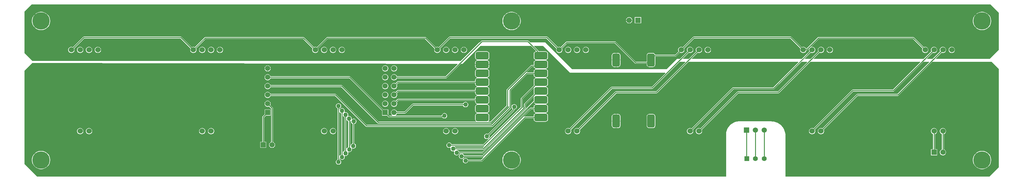
<source format=gtl>
G04*
G04 #@! TF.GenerationSoftware,Altium Limited,Altium Designer,22.0.2 (36)*
G04*
G04 Layer_Physical_Order=1*
G04 Layer_Color=255*
%FSLAX25Y25*%
%MOIN*%
G70*
G04*
G04 #@! TF.SameCoordinates,9B93A529-F559-49E1-94B7-FA4AAFEA3FC9*
G04*
G04*
G04 #@! TF.FilePolarity,Positive*
G04*
G01*
G75*
%ADD10C,0.01000*%
%ADD11R,0.06102X0.06102*%
%ADD12C,0.06102*%
%ADD19C,0.05512*%
%ADD20R,0.05512X0.05512*%
%ADD22C,0.06000*%
%ADD23C,0.19685*%
%ADD24R,0.05906X0.05906*%
%ADD25C,0.05906*%
%ADD26R,0.05906X0.05906*%
G04:AMPARAMS|DCode=27|XSize=149.61mil|YSize=86.61mil|CornerRadius=21.65mil|HoleSize=0mil|Usage=FLASHONLY|Rotation=90.000|XOffset=0mil|YOffset=0mil|HoleType=Round|Shape=RoundedRectangle|*
%AMROUNDEDRECTD27*
21,1,0.14961,0.04331,0,0,90.0*
21,1,0.10630,0.08661,0,0,90.0*
1,1,0.04331,0.02165,0.05315*
1,1,0.04331,0.02165,-0.05315*
1,1,0.04331,-0.02165,-0.05315*
1,1,0.04331,-0.02165,0.05315*
%
%ADD27ROUNDEDRECTD27*%
G04:AMPARAMS|DCode=28|XSize=149.61mil|YSize=86.61mil|CornerRadius=21.65mil|HoleSize=0mil|Usage=FLASHONLY|Rotation=180.000|XOffset=0mil|YOffset=0mil|HoleType=Round|Shape=RoundedRectangle|*
%AMROUNDEDRECTD28*
21,1,0.14961,0.04331,0,0,180.0*
21,1,0.10630,0.08661,0,0,180.0*
1,1,0.04331,-0.05315,0.02165*
1,1,0.04331,0.05315,0.02165*
1,1,0.04331,0.05315,-0.02165*
1,1,0.04331,-0.05315,-0.02165*
%
%ADD28ROUNDEDRECTD28*%
%ADD29C,0.05000*%
G36*
X550378Y88122D02*
Y46128D01*
X540000Y35750D01*
X479129D01*
X478937Y36212D01*
X485635Y42910D01*
X485932Y42739D01*
X486823Y42500D01*
X487744D01*
X488634Y42739D01*
X489432Y43199D01*
X490084Y43851D01*
X490545Y44649D01*
X490784Y45539D01*
Y46461D01*
X490545Y47351D01*
X490084Y48149D01*
X489432Y48801D01*
X488634Y49262D01*
X487744Y49500D01*
X486823D01*
X485932Y49262D01*
X485134Y48801D01*
X484483Y48149D01*
X484022Y47351D01*
X483783Y46461D01*
Y45539D01*
X484022Y44649D01*
X484194Y44352D01*
X475592Y35750D01*
X469129D01*
X468937Y36212D01*
X475635Y42910D01*
X475933Y42739D01*
X476823Y42500D01*
X477744D01*
X478634Y42739D01*
X479432Y43199D01*
X480084Y43851D01*
X480545Y44649D01*
X480784Y45539D01*
Y46461D01*
X480545Y47351D01*
X480084Y48149D01*
X479432Y48801D01*
X478634Y49262D01*
X477744Y49500D01*
X476823D01*
X475933Y49262D01*
X475134Y48801D01*
X474483Y48149D01*
X474022Y47351D01*
X473783Y46461D01*
Y45539D01*
X474022Y44649D01*
X474193Y44352D01*
X465591Y35750D01*
X341333D01*
X341142Y36212D01*
X347840Y42910D01*
X348137Y42739D01*
X349027Y42500D01*
X349949D01*
X350839Y42739D01*
X351637Y43199D01*
X352289Y43851D01*
X352750Y44649D01*
X352988Y45539D01*
Y46461D01*
X352750Y47351D01*
X352289Y48149D01*
X351637Y48801D01*
X350839Y49262D01*
X349949Y49500D01*
X349027D01*
X348137Y49262D01*
X347339Y48801D01*
X346688Y48149D01*
X346227Y47351D01*
X345988Y46461D01*
Y45539D01*
X346227Y44649D01*
X346398Y44352D01*
X337796Y35750D01*
X331333D01*
X331142Y36212D01*
X337840Y42910D01*
X338137Y42739D01*
X339027Y42500D01*
X339949D01*
X340839Y42739D01*
X341637Y43199D01*
X342289Y43851D01*
X342750Y44649D01*
X342988Y45539D01*
Y46461D01*
X342750Y47351D01*
X342289Y48149D01*
X341637Y48801D01*
X340839Y49262D01*
X339949Y49500D01*
X339027D01*
X338680Y49407D01*
X338421Y49855D01*
X347047Y58480D01*
X453361D01*
X464193Y47648D01*
X464022Y47351D01*
X463784Y46461D01*
Y45539D01*
X464022Y44649D01*
X464483Y43851D01*
X465134Y43199D01*
X465933Y42739D01*
X466823Y42500D01*
X467744D01*
X468634Y42739D01*
X469432Y43199D01*
X470084Y43851D01*
X470545Y44649D01*
X470784Y45539D01*
Y46461D01*
X470545Y47351D01*
X470084Y48149D01*
X469432Y48801D01*
X468634Y49262D01*
X467744Y49500D01*
X466823D01*
X465933Y49262D01*
X465635Y49090D01*
X454504Y60221D01*
X454174Y60442D01*
X453784Y60520D01*
X346624D01*
X346234Y60442D01*
X345903Y60221D01*
X333566Y47884D01*
X332442D01*
X332289Y48149D01*
X331637Y48801D01*
X330839Y49262D01*
X329949Y49500D01*
X329027D01*
X328137Y49262D01*
X327840Y49090D01*
X316209Y60721D01*
X315878Y60942D01*
X315488Y61020D01*
X205693D01*
X205303Y60942D01*
X204972Y60721D01*
X193341Y49090D01*
X193044Y49262D01*
X192154Y49500D01*
X191232D01*
X190342Y49262D01*
X189544Y48801D01*
X188892Y48149D01*
X188431Y47351D01*
X188193Y46461D01*
Y45539D01*
X188431Y44649D01*
X188603Y44352D01*
X184731Y40480D01*
X162266D01*
X162242Y40656D01*
X161974Y41305D01*
X161547Y41862D01*
X160990Y42289D01*
X160342Y42557D01*
X159646Y42649D01*
X155315D01*
X154619Y42557D01*
X153971Y42289D01*
X153414Y41862D01*
X152987Y41305D01*
X152718Y40656D01*
X152627Y39961D01*
Y32516D01*
X140426D01*
X117721Y55221D01*
X117390Y55442D01*
X117000Y55520D01*
X62398D01*
X62007Y55442D01*
X61677Y55221D01*
X55546Y49090D01*
X55249Y49262D01*
X54358Y49500D01*
X53437D01*
X52547Y49262D01*
X52250Y49090D01*
X40619Y60721D01*
X40288Y60942D01*
X39898Y61020D01*
X-69898D01*
X-70288Y60942D01*
X-70619Y60721D01*
X-82250Y49090D01*
X-82547Y49262D01*
X-83437Y49500D01*
X-84358D01*
X-85249Y49262D01*
X-85546Y49090D01*
X-96677Y60221D01*
X-97008Y60442D01*
X-97398Y60520D01*
X-208193D01*
X-208583Y60442D01*
X-208914Y60221D01*
X-220045Y49090D01*
X-220342Y49262D01*
X-221232Y49500D01*
X-222154D01*
X-223044Y49262D01*
X-223341Y49090D01*
X-234472Y60221D01*
X-234803Y60442D01*
X-235193Y60520D01*
X-345988D01*
X-346378Y60442D01*
X-346709Y60221D01*
X-357840Y49090D01*
X-358137Y49262D01*
X-359027Y49500D01*
X-359949D01*
X-360839Y49262D01*
X-361136Y49090D01*
X-372767Y60721D01*
X-373098Y60942D01*
X-373488Y61020D01*
X-483284D01*
X-483674Y60942D01*
X-484004Y60721D01*
X-495635Y49090D01*
X-495932Y49262D01*
X-496823Y49500D01*
X-497744D01*
X-498634Y49262D01*
X-499433Y48801D01*
X-500084Y48149D01*
X-500545Y47351D01*
X-500783Y46461D01*
Y45539D01*
X-500545Y44649D01*
X-500084Y43851D01*
X-499433Y43199D01*
X-498634Y42739D01*
X-497744Y42500D01*
X-496823D01*
X-495932Y42739D01*
X-495134Y43199D01*
X-494483Y43851D01*
X-494022Y44649D01*
X-493784Y45539D01*
Y46461D01*
X-494022Y47351D01*
X-494194Y47648D01*
X-482861Y58980D01*
X-373910D01*
X-362578Y47648D01*
X-362750Y47351D01*
X-362988Y46461D01*
Y45539D01*
X-362750Y44649D01*
X-362289Y43851D01*
X-361637Y43199D01*
X-360839Y42739D01*
X-359949Y42500D01*
X-359027D01*
X-358137Y42739D01*
X-357339Y43199D01*
X-356687Y43851D01*
X-356227Y44649D01*
X-355988Y45539D01*
Y46461D01*
X-356227Y47351D01*
X-356398Y47648D01*
X-345566Y58480D01*
X-235615D01*
X-224783Y47648D01*
X-224954Y47351D01*
X-225193Y46461D01*
Y45539D01*
X-224954Y44649D01*
X-224494Y43851D01*
X-223842Y43199D01*
X-223044Y42739D01*
X-222154Y42500D01*
X-221232D01*
X-220342Y42739D01*
X-219544Y43199D01*
X-218892Y43851D01*
X-218431Y44649D01*
X-218193Y45539D01*
Y46461D01*
X-218431Y47351D01*
X-218603Y47648D01*
X-207771Y58480D01*
X-97820D01*
X-86988Y47648D01*
X-87159Y47351D01*
X-87398Y46461D01*
Y45539D01*
X-87159Y44649D01*
X-86698Y43851D01*
X-86047Y43199D01*
X-85249Y42739D01*
X-84358Y42500D01*
X-83437D01*
X-82547Y42739D01*
X-81749Y43199D01*
X-81097Y43851D01*
X-80636Y44649D01*
X-80398Y45539D01*
Y46461D01*
X-80636Y47351D01*
X-80808Y47648D01*
X-69475Y58980D01*
X39475D01*
X50808Y47648D01*
X50636Y47351D01*
X50398Y46461D01*
Y45539D01*
X50636Y44649D01*
X51097Y43851D01*
X51749Y43199D01*
X52547Y42739D01*
X53437Y42500D01*
X54358D01*
X55249Y42739D01*
X56047Y43199D01*
X56698Y43851D01*
X57159Y44649D01*
X57398Y45539D01*
Y46461D01*
X57159Y47351D01*
X56988Y47648D01*
X62820Y53480D01*
X116578D01*
X139283Y30775D01*
X139614Y30554D01*
X140004Y30476D01*
X152627D01*
Y29331D01*
X152718Y28635D01*
X152987Y27986D01*
X153414Y27430D01*
X153971Y27003D01*
X154619Y26734D01*
X155315Y26642D01*
X159646D01*
X160342Y26734D01*
X160990Y27003D01*
X161547Y27430D01*
X161974Y27986D01*
X162242Y28635D01*
X162334Y29331D01*
Y38441D01*
X185153D01*
X185544Y38519D01*
X185874Y38740D01*
X190045Y42910D01*
X190342Y42739D01*
X191232Y42500D01*
X192154D01*
X193044Y42739D01*
X193842Y43199D01*
X194494Y43851D01*
X194954Y44649D01*
X195193Y45539D01*
Y46461D01*
X194954Y47351D01*
X194783Y47648D01*
X206115Y58980D01*
X315066D01*
X326398Y47648D01*
X326227Y47351D01*
X325988Y46461D01*
Y45539D01*
X326227Y44649D01*
X326688Y43851D01*
X327339Y43199D01*
X328137Y42739D01*
X329027Y42500D01*
X329949D01*
X330839Y42739D01*
X331637Y43199D01*
X332289Y43851D01*
X332750Y44649D01*
X332988Y45539D01*
Y45844D01*
X333988D01*
X334378Y45922D01*
X334709Y46143D01*
X335633Y47067D01*
X336081Y46808D01*
X335988Y46461D01*
Y45539D01*
X336227Y44649D01*
X336398Y44352D01*
X327796Y35750D01*
X203538D01*
X203347Y36212D01*
X210045Y42910D01*
X210342Y42739D01*
X211232Y42500D01*
X212154D01*
X213044Y42739D01*
X213842Y43199D01*
X214494Y43851D01*
X214954Y44649D01*
X215193Y45539D01*
Y46461D01*
X214954Y47351D01*
X214494Y48149D01*
X213842Y48801D01*
X213044Y49262D01*
X212154Y49500D01*
X211232D01*
X210342Y49262D01*
X209544Y48801D01*
X208892Y48149D01*
X208431Y47351D01*
X208193Y46461D01*
Y45539D01*
X208431Y44649D01*
X208603Y44352D01*
X200001Y35750D01*
X193538D01*
X193347Y36212D01*
X200045Y42910D01*
X200342Y42739D01*
X201232Y42500D01*
X202154D01*
X203044Y42739D01*
X203842Y43199D01*
X204494Y43851D01*
X204954Y44649D01*
X205193Y45539D01*
Y46461D01*
X204954Y47351D01*
X204494Y48149D01*
X203842Y48801D01*
X203044Y49262D01*
X202154Y49500D01*
X201232D01*
X200342Y49262D01*
X199544Y48801D01*
X198892Y48149D01*
X198431Y47351D01*
X198193Y46461D01*
Y45539D01*
X198431Y44649D01*
X198603Y44352D01*
X190001Y35750D01*
X186750D01*
X175000Y24000D01*
X68500D01*
X38000Y54500D01*
X20942D01*
X19221Y56221D01*
X18890Y56442D01*
X18500Y56520D01*
X-33500D01*
X-33890Y56442D01*
X-34221Y56221D01*
X-35942Y54500D01*
X-36500D01*
X-57500Y33500D01*
X-541500D01*
X-550378Y42378D01*
Y89622D01*
X-542378Y97622D01*
X540878D01*
X550378Y88122D01*
D02*
G37*
G36*
X25238Y26639D02*
X25506Y25991D01*
X25934Y25434D01*
X26491Y25006D01*
X27087Y24759D01*
X27139Y24599D01*
Y24401D01*
X27087Y24240D01*
X26491Y23993D01*
X25934Y23566D01*
X25506Y23009D01*
X25238Y22361D01*
X25146Y21665D01*
Y20520D01*
X17340D01*
X17133Y21020D01*
X22929Y26815D01*
X25215D01*
X25238Y26639D01*
D02*
G37*
G36*
X25399Y2750D02*
X25238Y2361D01*
X25146Y1665D01*
Y-2665D01*
X25238Y-3361D01*
X25372Y-3686D01*
X14317Y-14741D01*
X14096Y-15072D01*
X14018Y-15462D01*
Y-18540D01*
X12683Y-19875D01*
X12295Y-19556D01*
X12332Y-19500D01*
X12410Y-19109D01*
Y-9532D01*
X24975Y3033D01*
X25399Y2750D01*
D02*
G37*
G36*
X25146Y-22665D02*
X25238Y-23361D01*
X25506Y-24010D01*
X25934Y-24566D01*
X26491Y-24994D01*
X27087Y-25240D01*
X27139Y-25401D01*
Y-25599D01*
X27087Y-25760D01*
X26491Y-26006D01*
X25934Y-26434D01*
X25506Y-26991D01*
X25238Y-27639D01*
X25146Y-28335D01*
Y-29480D01*
X15000D01*
X14610Y-29558D01*
X14553Y-29596D01*
X14234Y-29208D01*
X21922Y-21520D01*
X25146D01*
Y-22665D01*
D02*
G37*
G36*
X66000Y20000D02*
X173598Y20000D01*
X173789Y19538D01*
X158271Y4020D01*
X112898D01*
X112507Y3942D01*
X112177Y3721D01*
X65546Y-42910D01*
X65249Y-42739D01*
X64358Y-42500D01*
X63437D01*
X62547Y-42739D01*
X61749Y-43199D01*
X61097Y-43851D01*
X60636Y-44649D01*
X60398Y-45539D01*
Y-46461D01*
X60636Y-47351D01*
X61097Y-48149D01*
X61749Y-48801D01*
X62547Y-49262D01*
X63437Y-49500D01*
X64358D01*
X65249Y-49262D01*
X66047Y-48801D01*
X66698Y-48149D01*
X67159Y-47351D01*
X67398Y-46461D01*
Y-45539D01*
X67159Y-44649D01*
X66988Y-44352D01*
X113320Y1980D01*
X158693D01*
X159083Y2058D01*
X159414Y2279D01*
X189638Y32503D01*
X196101D01*
X196292Y32041D01*
X163271Y-980D01*
X117898D01*
X117508Y-1058D01*
X117177Y-1279D01*
X75546Y-42910D01*
X75249Y-42739D01*
X74358Y-42500D01*
X73437D01*
X72547Y-42739D01*
X71749Y-43199D01*
X71097Y-43851D01*
X70636Y-44649D01*
X70398Y-45539D01*
Y-46461D01*
X70636Y-47351D01*
X71097Y-48149D01*
X71749Y-48801D01*
X72547Y-49262D01*
X73437Y-49500D01*
X74358D01*
X75249Y-49262D01*
X76047Y-48801D01*
X76698Y-48149D01*
X77159Y-47351D01*
X77398Y-46461D01*
Y-45539D01*
X77159Y-44649D01*
X76988Y-44352D01*
X118320Y-3020D01*
X163693D01*
X164083Y-2942D01*
X164414Y-2721D01*
X199638Y32503D01*
X323896D01*
X324087Y32041D01*
X295566Y3520D01*
X250193D01*
X249803Y3442D01*
X249472Y3221D01*
X203341Y-42910D01*
X203044Y-42739D01*
X202154Y-42500D01*
X201232D01*
X200342Y-42739D01*
X199544Y-43199D01*
X198892Y-43851D01*
X198431Y-44649D01*
X198193Y-45539D01*
Y-46461D01*
X198431Y-47351D01*
X198892Y-48149D01*
X199544Y-48801D01*
X200342Y-49262D01*
X201232Y-49500D01*
X202154D01*
X203044Y-49262D01*
X203842Y-48801D01*
X204494Y-48149D01*
X204954Y-47351D01*
X205193Y-46461D01*
Y-45539D01*
X204954Y-44649D01*
X204783Y-44352D01*
X250615Y1480D01*
X295988D01*
X296378Y1558D01*
X296709Y1779D01*
X327433Y32503D01*
X333896D01*
X334087Y32041D01*
X301066Y-980D01*
X255693D01*
X255303Y-1058D01*
X254972Y-1279D01*
X213341Y-42910D01*
X213044Y-42739D01*
X212154Y-42500D01*
X211232D01*
X210342Y-42739D01*
X209544Y-43199D01*
X208892Y-43851D01*
X208431Y-44649D01*
X208193Y-45539D01*
Y-46461D01*
X208431Y-47351D01*
X208892Y-48149D01*
X209544Y-48801D01*
X210342Y-49262D01*
X211232Y-49500D01*
X212154D01*
X213044Y-49262D01*
X213842Y-48801D01*
X214494Y-48149D01*
X214954Y-47351D01*
X215193Y-46461D01*
Y-45539D01*
X214954Y-44649D01*
X214783Y-44352D01*
X256115Y-3020D01*
X301488D01*
X301878Y-2942D01*
X302209Y-2721D01*
X337433Y32503D01*
X461691D01*
X461883Y32041D01*
X430861Y1020D01*
X385488D01*
X385098Y942D01*
X384767Y721D01*
X341136Y-42910D01*
X340839Y-42739D01*
X339949Y-42500D01*
X339027D01*
X338137Y-42739D01*
X337339Y-43199D01*
X336687Y-43851D01*
X336227Y-44649D01*
X335988Y-45539D01*
Y-46461D01*
X336227Y-47351D01*
X336687Y-48149D01*
X337339Y-48801D01*
X338137Y-49262D01*
X339027Y-49500D01*
X339949D01*
X340839Y-49262D01*
X341637Y-48801D01*
X342289Y-48149D01*
X342750Y-47351D01*
X342988Y-46461D01*
Y-45539D01*
X342750Y-44649D01*
X342578Y-44352D01*
X385911Y-1020D01*
X431284D01*
X431674Y-942D01*
X432004Y-721D01*
X465228Y32503D01*
X471691D01*
X471883Y32041D01*
X435861Y-3980D01*
X390488D01*
X390098Y-4058D01*
X389767Y-4279D01*
X351136Y-42910D01*
X350839Y-42739D01*
X349949Y-42500D01*
X349027D01*
X348137Y-42739D01*
X347339Y-43199D01*
X346688Y-43851D01*
X346227Y-44649D01*
X345988Y-45539D01*
Y-46461D01*
X346227Y-47351D01*
X346688Y-48149D01*
X347339Y-48801D01*
X348137Y-49262D01*
X349027Y-49500D01*
X349949D01*
X350839Y-49262D01*
X351637Y-48801D01*
X352289Y-48149D01*
X352750Y-47351D01*
X352988Y-46461D01*
Y-45539D01*
X352750Y-44649D01*
X352578Y-44352D01*
X390911Y-6020D01*
X436283D01*
X436674Y-5942D01*
X437004Y-5721D01*
X475228Y32503D01*
X542398D01*
X550378Y24523D01*
Y-87023D01*
X539779Y-97622D01*
X309401D01*
Y-51000D01*
X309401D01*
X309401Y-51000D01*
X309367Y-49954D01*
X309094Y-47879D01*
X308552Y-45857D01*
X307751Y-43923D01*
X306705Y-42111D01*
X305431Y-40451D01*
X303951Y-38971D01*
X302291Y-37696D01*
X300478Y-36650D01*
X298544Y-35849D01*
X296523Y-35307D01*
X294448Y-35034D01*
X293401Y-35000D01*
X257901Y-35000D01*
X257901Y-35000D01*
X256873Y-34984D01*
X254824Y-35166D01*
X252820Y-35630D01*
X250901Y-36369D01*
X249103Y-37367D01*
X247461Y-38605D01*
X246006Y-40059D01*
X244768Y-41701D01*
X243770Y-43500D01*
X243032Y-45419D01*
X242567Y-47423D01*
X242385Y-49471D01*
X242401Y-50500D01*
Y-97622D01*
X-535976D01*
X-550378Y-83220D01*
Y22220D01*
X-541593Y31005D01*
X-61086Y30009D01*
X-60896Y29546D01*
X-74422Y16020D01*
X-129494D01*
X-129578Y16333D01*
X-130032Y17120D01*
X-130675Y17763D01*
X-131463Y18217D01*
X-132341Y18453D01*
X-133250D01*
X-134128Y18217D01*
X-134915Y17763D01*
X-135558Y17120D01*
X-136013Y16333D01*
X-136248Y15455D01*
Y14545D01*
X-136013Y13667D01*
X-135558Y12880D01*
X-134915Y12237D01*
X-134128Y11783D01*
X-133250Y11547D01*
X-132341D01*
X-131463Y11783D01*
X-130675Y12237D01*
X-130032Y12880D01*
X-129578Y13667D01*
X-129494Y13980D01*
X-74000D01*
X-73610Y14058D01*
X-73279Y14279D01*
X-57557Y30001D01*
X-55602Y29997D01*
X-35099Y50500D01*
X22058D01*
X27716Y44842D01*
X27536Y44315D01*
X27139Y44262D01*
X26491Y43993D01*
X25934Y43566D01*
X25506Y43009D01*
X25238Y42361D01*
X25146Y41665D01*
Y37335D01*
X25238Y36639D01*
X25506Y35991D01*
X25934Y35434D01*
X26491Y35006D01*
X27087Y34760D01*
X27139Y34599D01*
Y34401D01*
X27087Y34240D01*
X26491Y33994D01*
X25934Y33566D01*
X25506Y33009D01*
X25238Y32361D01*
X25146Y31665D01*
Y28854D01*
X22506D01*
X22116Y28777D01*
X21785Y28556D01*
X-5221Y1549D01*
X-5442Y1219D01*
X-5520Y828D01*
Y-17078D01*
X-23753Y-35311D01*
X-26083D01*
X-26253Y-34811D01*
X-25934Y-34566D01*
X-25506Y-34010D01*
X-25238Y-33361D01*
X-25146Y-32665D01*
Y-28335D01*
X-25238Y-27639D01*
X-25506Y-26991D01*
X-25934Y-26434D01*
X-26491Y-26006D01*
X-27087Y-25760D01*
X-27139Y-25599D01*
Y-25401D01*
X-27087Y-25240D01*
X-26491Y-24994D01*
X-25934Y-24566D01*
X-25506Y-24010D01*
X-25238Y-23361D01*
X-25146Y-22665D01*
Y-18335D01*
X-25238Y-17639D01*
X-25506Y-16991D01*
X-25934Y-16434D01*
X-26491Y-16006D01*
X-27087Y-15759D01*
X-27139Y-15599D01*
Y-15401D01*
X-27087Y-15240D01*
X-26491Y-14994D01*
X-25934Y-14566D01*
X-25506Y-14009D01*
X-25238Y-13361D01*
X-25146Y-12665D01*
Y-8335D01*
X-25238Y-7639D01*
X-25506Y-6990D01*
X-25934Y-6434D01*
X-26491Y-6007D01*
X-27087Y-5759D01*
X-27139Y-5599D01*
Y-5401D01*
X-27087Y-5240D01*
X-26491Y-4993D01*
X-25934Y-4566D01*
X-25506Y-4010D01*
X-25238Y-3361D01*
X-25146Y-2665D01*
Y1665D01*
X-25238Y2361D01*
X-25506Y3009D01*
X-25934Y3566D01*
X-26491Y3994D01*
X-27087Y4241D01*
X-27139Y4401D01*
Y4599D01*
X-27087Y4760D01*
X-26491Y5006D01*
X-25934Y5434D01*
X-25506Y5991D01*
X-25238Y6639D01*
X-25146Y7335D01*
Y11665D01*
X-25238Y12361D01*
X-25506Y13010D01*
X-25934Y13566D01*
X-26491Y13994D01*
X-27087Y14241D01*
X-27139Y14401D01*
Y14599D01*
X-27087Y14760D01*
X-26491Y15007D01*
X-25934Y15434D01*
X-25506Y15991D01*
X-25238Y16639D01*
X-25146Y17335D01*
Y21665D01*
X-25238Y22361D01*
X-25506Y23009D01*
X-25934Y23566D01*
X-26491Y23993D01*
X-27087Y24240D01*
X-27139Y24401D01*
Y24599D01*
X-27087Y24759D01*
X-26491Y25006D01*
X-25934Y25434D01*
X-25506Y25991D01*
X-25238Y26639D01*
X-25146Y27335D01*
Y29250D01*
X-41153D01*
Y27335D01*
X-41061Y26639D01*
X-40793Y25991D01*
X-40365Y25434D01*
X-39809Y25006D01*
X-39213Y24759D01*
X-39160Y24599D01*
Y24401D01*
X-39213Y24240D01*
X-39809Y23993D01*
X-40365Y23566D01*
X-40793Y23009D01*
X-41061Y22361D01*
X-41153Y21665D01*
Y17335D01*
X-41061Y16639D01*
X-40793Y15991D01*
X-40365Y15434D01*
X-39809Y15007D01*
X-39213Y14760D01*
X-39160Y14599D01*
Y14401D01*
X-39213Y14241D01*
X-39809Y13994D01*
X-40365Y13566D01*
X-40793Y13010D01*
X-41061Y12361D01*
X-41153Y11665D01*
Y10520D01*
X-128295D01*
X-128685Y10442D01*
X-129016Y10221D01*
X-131182Y8055D01*
X-131463Y8218D01*
X-132341Y8453D01*
X-133250D01*
X-134128Y8218D01*
X-134915Y7763D01*
X-135558Y7120D01*
X-136013Y6333D01*
X-136248Y5455D01*
Y4546D01*
X-136013Y3667D01*
X-135558Y2880D01*
X-134915Y2237D01*
X-134128Y1783D01*
X-133250Y1547D01*
X-132341D01*
X-131463Y1783D01*
X-130675Y2237D01*
X-130032Y2880D01*
X-129578Y3667D01*
X-129343Y4546D01*
Y5455D01*
X-129578Y6333D01*
X-129740Y6613D01*
X-127873Y8480D01*
X-41153D01*
Y7335D01*
X-41061Y6639D01*
X-40793Y5991D01*
X-40365Y5434D01*
X-39809Y5006D01*
X-39213Y4760D01*
X-39160Y4599D01*
Y4401D01*
X-39213Y4241D01*
X-39809Y3994D01*
X-40365Y3566D01*
X-40793Y3009D01*
X-41061Y2361D01*
X-41153Y1665D01*
Y520D01*
X-128295D01*
X-128685Y442D01*
X-129016Y221D01*
X-131182Y-1945D01*
X-131463Y-1783D01*
X-132341Y-1547D01*
X-133250D01*
X-134128Y-1783D01*
X-134915Y-2237D01*
X-135558Y-2880D01*
X-136013Y-3667D01*
X-136248Y-4545D01*
Y-5455D01*
X-136013Y-6333D01*
X-135558Y-7120D01*
X-134915Y-7763D01*
X-134128Y-8217D01*
X-133250Y-8453D01*
X-132341D01*
X-131463Y-8217D01*
X-130675Y-7763D01*
X-130032Y-7120D01*
X-129578Y-6333D01*
X-129343Y-5455D01*
Y-4545D01*
X-129578Y-3667D01*
X-129740Y-3387D01*
X-127873Y-1520D01*
X-41153D01*
Y-2665D01*
X-41061Y-3361D01*
X-40793Y-4010D01*
X-40365Y-4566D01*
X-39809Y-4993D01*
X-39213Y-5240D01*
X-39160Y-5401D01*
Y-5599D01*
X-39213Y-5759D01*
X-39809Y-6007D01*
X-40365Y-6434D01*
X-40793Y-6990D01*
X-41061Y-7639D01*
X-41153Y-8335D01*
Y-9480D01*
X-128295D01*
X-128685Y-9558D01*
X-129016Y-9779D01*
X-131182Y-11945D01*
X-131463Y-11783D01*
X-132341Y-11547D01*
X-133250D01*
X-134128Y-11783D01*
X-134915Y-12237D01*
X-135558Y-12880D01*
X-136013Y-13667D01*
X-136248Y-14545D01*
Y-15455D01*
X-136013Y-16333D01*
X-135558Y-17120D01*
X-134915Y-17763D01*
X-134128Y-18217D01*
X-133250Y-18453D01*
X-132341D01*
X-131463Y-18217D01*
X-130675Y-17763D01*
X-130032Y-17120D01*
X-129578Y-16333D01*
X-129343Y-15455D01*
Y-14545D01*
X-129578Y-13667D01*
X-129740Y-13386D01*
X-127873Y-11520D01*
X-41153D01*
Y-12665D01*
X-41061Y-13361D01*
X-40793Y-14009D01*
X-40365Y-14566D01*
X-39809Y-14994D01*
X-39213Y-15240D01*
X-39160Y-15401D01*
Y-15599D01*
X-39213Y-15759D01*
X-39809Y-16006D01*
X-40365Y-16434D01*
X-40793Y-16991D01*
X-41061Y-17639D01*
X-41153Y-18335D01*
Y-22665D01*
X-41061Y-23361D01*
X-40793Y-24010D01*
X-40365Y-24566D01*
X-39809Y-24994D01*
X-39213Y-25240D01*
X-39160Y-25401D01*
Y-25599D01*
X-39213Y-25760D01*
X-39809Y-26006D01*
X-40365Y-26434D01*
X-40793Y-26991D01*
X-41061Y-27639D01*
X-41153Y-28335D01*
Y-32665D01*
X-41061Y-33361D01*
X-40793Y-34010D01*
X-40365Y-34566D01*
X-40047Y-34811D01*
X-40216Y-35311D01*
X-150247D01*
X-191279Y5721D01*
X-191610Y5942D01*
X-192000Y6020D01*
X-272289D01*
X-272373Y6333D01*
X-272828Y7120D01*
X-273470Y7763D01*
X-274258Y8217D01*
X-275136Y8453D01*
X-276045D01*
X-276923Y8217D01*
X-277711Y7763D01*
X-278353Y7120D01*
X-278808Y6333D01*
X-279043Y5455D01*
Y4545D01*
X-278808Y3667D01*
X-278353Y2880D01*
X-277711Y2237D01*
X-276923Y1783D01*
X-276045Y1547D01*
X-275136D01*
X-274258Y1783D01*
X-273470Y2237D01*
X-272828Y2880D01*
X-272373Y3667D01*
X-272289Y3980D01*
X-192422D01*
X-151390Y-37052D01*
X-151059Y-37273D01*
X-150669Y-37350D01*
X-23331D01*
X-22941Y-37273D01*
X-22610Y-37052D01*
X-3779Y-18221D01*
X-3558Y-17890D01*
X-3520Y-17697D01*
X-3020Y-17746D01*
Y-19578D01*
X-22422Y-38980D01*
X-163578D01*
X-198279Y-4279D01*
X-198610Y-4058D01*
X-199000Y-3980D01*
X-272289D01*
X-272373Y-3667D01*
X-272828Y-2880D01*
X-273470Y-2237D01*
X-274258Y-1783D01*
X-275136Y-1547D01*
X-276045D01*
X-276923Y-1783D01*
X-277711Y-2237D01*
X-278353Y-2880D01*
X-278808Y-3667D01*
X-279043Y-4545D01*
Y-5455D01*
X-278808Y-6333D01*
X-278353Y-7120D01*
X-277711Y-7763D01*
X-276923Y-8217D01*
X-276045Y-8453D01*
X-275136D01*
X-274258Y-8217D01*
X-273470Y-7763D01*
X-272828Y-7120D01*
X-272373Y-6333D01*
X-272289Y-6020D01*
X-199422D01*
X-164721Y-40721D01*
X-164390Y-40942D01*
X-164000Y-41020D01*
X-22000D01*
X-21610Y-40942D01*
X-21279Y-40721D01*
X-1279Y-20721D01*
X-1058Y-20390D01*
X-980Y-20000D01*
Y78D01*
X17422Y18480D01*
X25146D01*
Y17335D01*
X25238Y16639D01*
X25506Y15991D01*
X25934Y15434D01*
X26491Y15007D01*
X27087Y14760D01*
X27139Y14599D01*
Y14401D01*
X27087Y14241D01*
X26491Y13994D01*
X25934Y13566D01*
X25506Y13010D01*
X25238Y12361D01*
X25146Y11665D01*
Y7335D01*
X25238Y6639D01*
X25372Y6314D01*
X10670Y-8388D01*
X10449Y-8719D01*
X10371Y-9109D01*
Y-18687D01*
X-31922Y-60980D01*
X-67667D01*
X-67704Y-60842D01*
X-68099Y-60158D01*
X-68658Y-59599D01*
X-69342Y-59204D01*
X-70105Y-59000D01*
X-70895D01*
X-71658Y-59204D01*
X-72342Y-59599D01*
X-72901Y-60158D01*
X-73296Y-60842D01*
X-73500Y-61605D01*
Y-62395D01*
X-73296Y-63158D01*
X-72901Y-63842D01*
X-72342Y-64401D01*
X-71658Y-64796D01*
X-70895Y-65000D01*
X-70105D01*
X-69342Y-64796D01*
X-69326Y-64786D01*
X-68897Y-65116D01*
X-69028Y-65605D01*
Y-66395D01*
X-68823Y-67158D01*
X-68428Y-67842D01*
X-67870Y-68401D01*
X-67186Y-68796D01*
X-66423Y-69000D01*
X-65633D01*
X-65162Y-68874D01*
X-64832Y-69303D01*
X-64855Y-69342D01*
X-65059Y-70105D01*
Y-70895D01*
X-64855Y-71658D01*
X-64460Y-72342D01*
X-63901Y-72901D01*
X-63217Y-73296D01*
X-62454Y-73500D01*
X-61664D01*
X-60901Y-73296D01*
X-60217Y-72901D01*
X-59659Y-72342D01*
X-59264Y-71658D01*
X-59227Y-71520D01*
X-58338D01*
X-58204Y-72020D01*
X-58342Y-72099D01*
X-58901Y-72658D01*
X-59296Y-73342D01*
X-59500Y-74105D01*
Y-74895D01*
X-59296Y-75658D01*
X-58901Y-76342D01*
X-58342Y-76901D01*
X-57658Y-77296D01*
X-56895Y-77500D01*
X-56105D01*
X-55342Y-77296D01*
X-54658Y-76901D01*
X-54099Y-76342D01*
X-53704Y-75658D01*
X-53667Y-75520D01*
X-32500D01*
X-32110Y-75442D01*
X-32053Y-75404D01*
X-31734Y-75792D01*
X-34422Y-78480D01*
X-49167D01*
X-49204Y-78342D01*
X-49599Y-77658D01*
X-50158Y-77099D01*
X-50842Y-76704D01*
X-51605Y-76500D01*
X-52395D01*
X-53158Y-76704D01*
X-53842Y-77099D01*
X-54401Y-77658D01*
X-54796Y-78342D01*
X-55000Y-79105D01*
Y-79895D01*
X-54796Y-80658D01*
X-54401Y-81342D01*
X-53842Y-81901D01*
X-53158Y-82296D01*
X-52395Y-82500D01*
X-51605D01*
X-50842Y-82296D01*
X-50158Y-81901D01*
X-49599Y-81342D01*
X-49204Y-80658D01*
X-49167Y-80520D01*
X-34000D01*
X-33610Y-80442D01*
X-33279Y-80221D01*
X15422Y-31520D01*
X25146D01*
Y-32665D01*
X25238Y-33361D01*
X25506Y-34010D01*
X25934Y-34566D01*
X26491Y-34993D01*
X27139Y-35262D01*
X27835Y-35354D01*
X38465D01*
X39160Y-35262D01*
X39809Y-34993D01*
X40365Y-34566D01*
X40793Y-34010D01*
X41061Y-33361D01*
X41153Y-32665D01*
Y-28335D01*
X41061Y-27639D01*
X40793Y-26991D01*
X40365Y-26434D01*
X39809Y-26006D01*
X39213Y-25760D01*
X39160Y-25599D01*
Y-25401D01*
X39213Y-25240D01*
X39809Y-24994D01*
X40365Y-24566D01*
X40793Y-24010D01*
X41061Y-23361D01*
X41153Y-22665D01*
Y-18335D01*
X41061Y-17639D01*
X40793Y-16991D01*
X40365Y-16434D01*
X39809Y-16006D01*
X39213Y-15759D01*
X39160Y-15599D01*
Y-15401D01*
X39213Y-15240D01*
X39809Y-14994D01*
X40365Y-14566D01*
X40793Y-14009D01*
X41061Y-13361D01*
X41153Y-12665D01*
Y-8335D01*
X41061Y-7639D01*
X40793Y-6990D01*
X40365Y-6434D01*
X39809Y-6007D01*
X39213Y-5759D01*
X39160Y-5599D01*
Y-5401D01*
X39213Y-5240D01*
X39809Y-4993D01*
X40365Y-4566D01*
X40793Y-4010D01*
X41061Y-3361D01*
X41153Y-2665D01*
Y1665D01*
X41061Y2361D01*
X40793Y3009D01*
X40365Y3566D01*
X39809Y3994D01*
X39213Y4241D01*
X39160Y4401D01*
Y4599D01*
X39213Y4760D01*
X39809Y5006D01*
X40365Y5434D01*
X40793Y5991D01*
X41061Y6639D01*
X41153Y7335D01*
Y11665D01*
X41061Y12361D01*
X40793Y13010D01*
X40365Y13566D01*
X39809Y13994D01*
X39213Y14241D01*
X39160Y14401D01*
Y14599D01*
X39213Y14760D01*
X39809Y15007D01*
X40365Y15434D01*
X40793Y15991D01*
X41061Y16639D01*
X41153Y17335D01*
Y21665D01*
X41061Y22361D01*
X40793Y23009D01*
X40365Y23566D01*
X39809Y23993D01*
X39213Y24240D01*
X39160Y24401D01*
Y24599D01*
X39213Y24759D01*
X39809Y25006D01*
X40365Y25434D01*
X40793Y25991D01*
X41061Y26639D01*
X41153Y27335D01*
Y31665D01*
X41061Y32361D01*
X40793Y33009D01*
X40365Y33566D01*
X39809Y33994D01*
X39213Y34240D01*
X39160Y34401D01*
Y34599D01*
X39213Y34760D01*
X39809Y35006D01*
X40365Y35434D01*
X40793Y35991D01*
X41061Y36639D01*
X41153Y37335D01*
Y41665D01*
X41061Y42361D01*
X40793Y43009D01*
X40365Y43566D01*
X39809Y43993D01*
X39160Y44262D01*
X38465Y44354D01*
X30275D01*
Y44745D01*
X30197Y45135D01*
X29976Y45466D01*
X25404Y50038D01*
X25595Y50500D01*
X35500D01*
X66000Y20000D01*
D02*
G37*
G36*
X-30734Y-63292D02*
X-32422Y-64980D01*
X-63195D01*
X-63232Y-64842D01*
X-63627Y-64158D01*
X-64186Y-63599D01*
X-64324Y-63520D01*
X-64190Y-63020D01*
X-31500D01*
X-31110Y-62942D01*
X-31053Y-62904D01*
X-30734Y-63292D01*
D02*
G37*
G36*
X25399Y-7250D02*
X25238Y-7639D01*
X25146Y-8335D01*
Y-11988D01*
X24993D01*
X24603Y-12065D01*
X24272Y-12286D01*
X-32922Y-69480D01*
X-59227D01*
X-59264Y-69342D01*
X-59659Y-68658D01*
X-60217Y-68099D01*
X-60901Y-67704D01*
X-61591Y-67520D01*
X-61525Y-67020D01*
X-32000D01*
X-31610Y-66942D01*
X-31279Y-66721D01*
X15758Y-19683D01*
X15980Y-19353D01*
X16057Y-18962D01*
Y-15885D01*
X24975Y-6967D01*
X25399Y-7250D01*
D02*
G37*
G36*
X25776Y-14362D02*
X25934Y-14566D01*
X26491Y-14994D01*
X27087Y-15240D01*
X27139Y-15401D01*
Y-15599D01*
X27087Y-15759D01*
X26491Y-16006D01*
X25934Y-16434D01*
X25506Y-16991D01*
X25238Y-17639D01*
X25146Y-18335D01*
Y-19480D01*
X21500D01*
X21110Y-19558D01*
X20779Y-19779D01*
X-32922Y-73480D01*
X-53667D01*
X-53704Y-73342D01*
X-54099Y-72658D01*
X-54658Y-72099D01*
X-54796Y-72020D01*
X-54662Y-71520D01*
X-32500D01*
X-32110Y-71442D01*
X-31779Y-71221D01*
X25120Y-14322D01*
X25776Y-14362D01*
D02*
G37*
%LPC*%
G36*
X133342Y83118D02*
X133124D01*
Y79817D01*
X136425D01*
Y80035D01*
X136183Y80938D01*
X135716Y81747D01*
X135055Y82409D01*
X134245Y82876D01*
X133342Y83118D01*
D02*
G37*
G36*
X132624D02*
X132406D01*
X131503Y82876D01*
X130693Y82409D01*
X130032Y81747D01*
X129565Y80938D01*
X129323Y80035D01*
Y79817D01*
X132624D01*
Y83118D01*
D02*
G37*
G36*
X146268D02*
X139165D01*
Y76016D01*
X146268D01*
Y83118D01*
D02*
G37*
G36*
X136425Y79317D02*
X133124D01*
Y76016D01*
X133342D01*
X134245Y76258D01*
X135055Y76725D01*
X135716Y77386D01*
X136183Y78196D01*
X136425Y79099D01*
Y79317D01*
D02*
G37*
G36*
X132624D02*
X129323D01*
Y79099D01*
X129565Y78196D01*
X130032Y77386D01*
X130693Y76725D01*
X131503Y76258D01*
X132406Y76016D01*
X132624D01*
Y79317D01*
D02*
G37*
G36*
X532310Y89083D02*
X530682D01*
X529074Y88828D01*
X527526Y88325D01*
X526075Y87586D01*
X524758Y86629D01*
X523607Y85478D01*
X522650Y84161D01*
X521911Y82710D01*
X521408Y81162D01*
X521153Y79554D01*
Y77926D01*
X521408Y76318D01*
X521911Y74770D01*
X522650Y73320D01*
X523607Y72003D01*
X524758Y70851D01*
X526075Y69894D01*
X527526Y69155D01*
X529074Y68652D01*
X530682Y68398D01*
X532310D01*
X533918Y68652D01*
X535466Y69155D01*
X536917Y69894D01*
X538234Y70851D01*
X539385Y72003D01*
X540342Y73320D01*
X541081Y74770D01*
X541584Y76318D01*
X541839Y77926D01*
Y79554D01*
X541584Y81162D01*
X541081Y82710D01*
X540342Y84161D01*
X539385Y85478D01*
X538234Y86629D01*
X536917Y87586D01*
X535466Y88325D01*
X533918Y88828D01*
X532310Y89083D01*
D02*
G37*
G36*
X814D02*
X-814D01*
X-2422Y88828D01*
X-3970Y88325D01*
X-5421Y87586D01*
X-6738Y86629D01*
X-7889Y85478D01*
X-8846Y84161D01*
X-9585Y82710D01*
X-10088Y81162D01*
X-10343Y79554D01*
Y77926D01*
X-10088Y76318D01*
X-9585Y74770D01*
X-8846Y73320D01*
X-7889Y72003D01*
X-6738Y70851D01*
X-5421Y69894D01*
X-3970Y69155D01*
X-2422Y68652D01*
X-814Y68398D01*
X814D01*
X2422Y68652D01*
X3970Y69155D01*
X5421Y69894D01*
X6738Y70851D01*
X7889Y72003D01*
X8846Y73320D01*
X9585Y74770D01*
X10088Y76318D01*
X10343Y77926D01*
Y79554D01*
X10088Y81162D01*
X9585Y82710D01*
X8846Y84161D01*
X7889Y85478D01*
X6738Y86629D01*
X5421Y87586D01*
X3970Y88325D01*
X2422Y88828D01*
X814Y89083D01*
D02*
G37*
G36*
X-530682D02*
X-532310D01*
X-533918Y88828D01*
X-535466Y88325D01*
X-536917Y87586D01*
X-538234Y86629D01*
X-539385Y85478D01*
X-540342Y84161D01*
X-541081Y82710D01*
X-541584Y81162D01*
X-541839Y79554D01*
Y77926D01*
X-541584Y76318D01*
X-541081Y74770D01*
X-540342Y73320D01*
X-539385Y72003D01*
X-538234Y70851D01*
X-536917Y69894D01*
X-535466Y69155D01*
X-533918Y68652D01*
X-532310Y68398D01*
X-530682D01*
X-529074Y68652D01*
X-527526Y69155D01*
X-526075Y69894D01*
X-524758Y70851D01*
X-523607Y72003D01*
X-522650Y73320D01*
X-521911Y74770D01*
X-521408Y76318D01*
X-521153Y77926D01*
Y79554D01*
X-521408Y81162D01*
X-521911Y82710D01*
X-522650Y84161D01*
X-523607Y85478D01*
X-524758Y86629D01*
X-526075Y87586D01*
X-527526Y88325D01*
X-529074Y88828D01*
X-530682Y89083D01*
D02*
G37*
G36*
X497744Y49500D02*
X497534D01*
Y46250D01*
X500783D01*
Y46461D01*
X500545Y47351D01*
X500084Y48149D01*
X499433Y48801D01*
X498634Y49262D01*
X497744Y49500D01*
D02*
G37*
G36*
X497034D02*
X496823D01*
X495932Y49262D01*
X495134Y48801D01*
X494483Y48149D01*
X494022Y47351D01*
X493784Y46461D01*
Y46250D01*
X497034D01*
Y49500D01*
D02*
G37*
G36*
X359949D02*
X359738D01*
Y46250D01*
X362988D01*
Y46461D01*
X362750Y47351D01*
X362289Y48149D01*
X361637Y48801D01*
X360839Y49262D01*
X359949Y49500D01*
D02*
G37*
G36*
X359238D02*
X359027D01*
X358137Y49262D01*
X357339Y48801D01*
X356687Y48149D01*
X356227Y47351D01*
X355988Y46461D01*
Y46250D01*
X359238D01*
Y49500D01*
D02*
G37*
G36*
X222154D02*
X221943D01*
Y46250D01*
X225193D01*
Y46461D01*
X224954Y47351D01*
X224494Y48149D01*
X223842Y48801D01*
X223044Y49262D01*
X222154Y49500D01*
D02*
G37*
G36*
X221443D02*
X221232D01*
X220342Y49262D01*
X219544Y48801D01*
X218892Y48149D01*
X218431Y47351D01*
X218193Y46461D01*
Y46250D01*
X221443D01*
Y49500D01*
D02*
G37*
G36*
X84358D02*
X84148D01*
Y46250D01*
X87398D01*
Y46461D01*
X87159Y47351D01*
X86698Y48149D01*
X86047Y48801D01*
X85249Y49262D01*
X84358Y49500D01*
D02*
G37*
G36*
X83648D02*
X83437D01*
X82547Y49262D01*
X81749Y48801D01*
X81097Y48149D01*
X80636Y47351D01*
X80398Y46461D01*
Y46250D01*
X83648D01*
Y49500D01*
D02*
G37*
G36*
X-53437D02*
X-53648D01*
Y46250D01*
X-50398D01*
Y46461D01*
X-50636Y47351D01*
X-51097Y48149D01*
X-51749Y48801D01*
X-52547Y49262D01*
X-53437Y49500D01*
D02*
G37*
G36*
X-54148D02*
X-54358D01*
X-55249Y49262D01*
X-56047Y48801D01*
X-56698Y48149D01*
X-57159Y47351D01*
X-57398Y46461D01*
Y46250D01*
X-54148D01*
Y49500D01*
D02*
G37*
G36*
X-191232D02*
X-191443D01*
Y46250D01*
X-188193D01*
Y46461D01*
X-188431Y47351D01*
X-188892Y48149D01*
X-189544Y48801D01*
X-190342Y49262D01*
X-191232Y49500D01*
D02*
G37*
G36*
X-191943D02*
X-192154D01*
X-193044Y49262D01*
X-193842Y48801D01*
X-194494Y48149D01*
X-194954Y47351D01*
X-195193Y46461D01*
Y46250D01*
X-191943D01*
Y49500D01*
D02*
G37*
G36*
X-329027D02*
X-329238D01*
Y46250D01*
X-325988D01*
Y46461D01*
X-326227Y47351D01*
X-326688Y48149D01*
X-327339Y48801D01*
X-328137Y49262D01*
X-329027Y49500D01*
D02*
G37*
G36*
X-329738D02*
X-329949D01*
X-330839Y49262D01*
X-331637Y48801D01*
X-332289Y48149D01*
X-332750Y47351D01*
X-332988Y46461D01*
Y46250D01*
X-329738D01*
Y49500D01*
D02*
G37*
G36*
X-466823D02*
X-467033D01*
Y46250D01*
X-463784D01*
Y46461D01*
X-464022Y47351D01*
X-464483Y48149D01*
X-465134Y48801D01*
X-465933Y49262D01*
X-466823Y49500D01*
D02*
G37*
G36*
X-467533D02*
X-467744D01*
X-468634Y49262D01*
X-469432Y48801D01*
X-470084Y48149D01*
X-470545Y47351D01*
X-470784Y46461D01*
Y46250D01*
X-467533D01*
Y49500D01*
D02*
G37*
G36*
X500783Y45750D02*
X497534D01*
Y42500D01*
X497744D01*
X498634Y42739D01*
X499433Y43199D01*
X500084Y43851D01*
X500545Y44649D01*
X500783Y45539D01*
Y45750D01*
D02*
G37*
G36*
X497034D02*
X493784D01*
Y45539D01*
X494022Y44649D01*
X494483Y43851D01*
X495134Y43199D01*
X495932Y42739D01*
X496823Y42500D01*
X497034D01*
Y45750D01*
D02*
G37*
G36*
X362988D02*
X359738D01*
Y42500D01*
X359949D01*
X360839Y42739D01*
X361637Y43199D01*
X362289Y43851D01*
X362750Y44649D01*
X362988Y45539D01*
Y45750D01*
D02*
G37*
G36*
X359238D02*
X355988D01*
Y45539D01*
X356227Y44649D01*
X356687Y43851D01*
X357339Y43199D01*
X358137Y42739D01*
X359027Y42500D01*
X359238D01*
Y45750D01*
D02*
G37*
G36*
X225193D02*
X221943D01*
Y42500D01*
X222154D01*
X223044Y42739D01*
X223842Y43199D01*
X224494Y43851D01*
X224954Y44649D01*
X225193Y45539D01*
Y45750D01*
D02*
G37*
G36*
X221443D02*
X218193D01*
Y45539D01*
X218431Y44649D01*
X218892Y43851D01*
X219544Y43199D01*
X220342Y42739D01*
X221232Y42500D01*
X221443D01*
Y45750D01*
D02*
G37*
G36*
X87398D02*
X84148D01*
Y42500D01*
X84358D01*
X85249Y42739D01*
X86047Y43199D01*
X86698Y43851D01*
X87159Y44649D01*
X87398Y45539D01*
Y45750D01*
D02*
G37*
G36*
X83648D02*
X80398D01*
Y45539D01*
X80636Y44649D01*
X81097Y43851D01*
X81749Y43199D01*
X82547Y42739D01*
X83437Y42500D01*
X83648D01*
Y45750D01*
D02*
G37*
G36*
X74358Y49500D02*
X73437D01*
X72547Y49262D01*
X71749Y48801D01*
X71097Y48149D01*
X70636Y47351D01*
X70398Y46461D01*
Y45539D01*
X70636Y44649D01*
X71097Y43851D01*
X71749Y43199D01*
X72547Y42739D01*
X73437Y42500D01*
X74358D01*
X75249Y42739D01*
X76047Y43199D01*
X76698Y43851D01*
X77159Y44649D01*
X77398Y45539D01*
Y46461D01*
X77159Y47351D01*
X76698Y48149D01*
X76047Y48801D01*
X75249Y49262D01*
X74358Y49500D01*
D02*
G37*
G36*
X64358D02*
X63437D01*
X62547Y49262D01*
X61749Y48801D01*
X61097Y48149D01*
X60636Y47351D01*
X60398Y46461D01*
Y45539D01*
X60636Y44649D01*
X61097Y43851D01*
X61749Y43199D01*
X62547Y42739D01*
X63437Y42500D01*
X64358D01*
X65249Y42739D01*
X66047Y43199D01*
X66698Y43851D01*
X67159Y44649D01*
X67398Y45539D01*
Y46461D01*
X67159Y47351D01*
X66698Y48149D01*
X66047Y48801D01*
X65249Y49262D01*
X64358Y49500D01*
D02*
G37*
G36*
X-50398Y45750D02*
X-53648D01*
Y42500D01*
X-53437D01*
X-52547Y42739D01*
X-51749Y43199D01*
X-51097Y43851D01*
X-50636Y44649D01*
X-50398Y45539D01*
Y45750D01*
D02*
G37*
G36*
X-54148D02*
X-57398D01*
Y45539D01*
X-57159Y44649D01*
X-56698Y43851D01*
X-56047Y43199D01*
X-55249Y42739D01*
X-54358Y42500D01*
X-54148D01*
Y45750D01*
D02*
G37*
G36*
X-63437Y49500D02*
X-64358D01*
X-65249Y49262D01*
X-66047Y48801D01*
X-66698Y48149D01*
X-67159Y47351D01*
X-67398Y46461D01*
Y45539D01*
X-67159Y44649D01*
X-66698Y43851D01*
X-66047Y43199D01*
X-65249Y42739D01*
X-64358Y42500D01*
X-63437D01*
X-62547Y42739D01*
X-61749Y43199D01*
X-61097Y43851D01*
X-60636Y44649D01*
X-60398Y45539D01*
Y46461D01*
X-60636Y47351D01*
X-61097Y48149D01*
X-61749Y48801D01*
X-62547Y49262D01*
X-63437Y49500D01*
D02*
G37*
G36*
X-73437D02*
X-74358D01*
X-75249Y49262D01*
X-76047Y48801D01*
X-76698Y48149D01*
X-77159Y47351D01*
X-77398Y46461D01*
Y45539D01*
X-77159Y44649D01*
X-76698Y43851D01*
X-76047Y43199D01*
X-75249Y42739D01*
X-74358Y42500D01*
X-73437D01*
X-72547Y42739D01*
X-71749Y43199D01*
X-71097Y43851D01*
X-70636Y44649D01*
X-70398Y45539D01*
Y46461D01*
X-70636Y47351D01*
X-71097Y48149D01*
X-71749Y48801D01*
X-72547Y49262D01*
X-73437Y49500D01*
D02*
G37*
G36*
X-188193Y45750D02*
X-191443D01*
Y42500D01*
X-191232D01*
X-190342Y42739D01*
X-189544Y43199D01*
X-188892Y43851D01*
X-188431Y44649D01*
X-188193Y45539D01*
Y45750D01*
D02*
G37*
G36*
X-191943D02*
X-195193D01*
Y45539D01*
X-194954Y44649D01*
X-194494Y43851D01*
X-193842Y43199D01*
X-193044Y42739D01*
X-192154Y42500D01*
X-191943D01*
Y45750D01*
D02*
G37*
G36*
X-201232Y49500D02*
X-202154D01*
X-203044Y49262D01*
X-203842Y48801D01*
X-204494Y48149D01*
X-204954Y47351D01*
X-205193Y46461D01*
Y45539D01*
X-204954Y44649D01*
X-204494Y43851D01*
X-203842Y43199D01*
X-203044Y42739D01*
X-202154Y42500D01*
X-201232D01*
X-200342Y42739D01*
X-199544Y43199D01*
X-198892Y43851D01*
X-198431Y44649D01*
X-198193Y45539D01*
Y46461D01*
X-198431Y47351D01*
X-198892Y48149D01*
X-199544Y48801D01*
X-200342Y49262D01*
X-201232Y49500D01*
D02*
G37*
G36*
X-211232D02*
X-212154D01*
X-213044Y49262D01*
X-213842Y48801D01*
X-214494Y48149D01*
X-214954Y47351D01*
X-215193Y46461D01*
Y45539D01*
X-214954Y44649D01*
X-214494Y43851D01*
X-213842Y43199D01*
X-213044Y42739D01*
X-212154Y42500D01*
X-211232D01*
X-210342Y42739D01*
X-209544Y43199D01*
X-208892Y43851D01*
X-208431Y44649D01*
X-208193Y45539D01*
Y46461D01*
X-208431Y47351D01*
X-208892Y48149D01*
X-209544Y48801D01*
X-210342Y49262D01*
X-211232Y49500D01*
D02*
G37*
G36*
X-325988Y45750D02*
X-329238D01*
Y42500D01*
X-329027D01*
X-328137Y42739D01*
X-327339Y43199D01*
X-326688Y43851D01*
X-326227Y44649D01*
X-325988Y45539D01*
Y45750D01*
D02*
G37*
G36*
X-329738D02*
X-332988D01*
Y45539D01*
X-332750Y44649D01*
X-332289Y43851D01*
X-331637Y43199D01*
X-330839Y42739D01*
X-329949Y42500D01*
X-329738D01*
Y45750D01*
D02*
G37*
G36*
X-339027Y49500D02*
X-339949D01*
X-340839Y49262D01*
X-341637Y48801D01*
X-342289Y48149D01*
X-342750Y47351D01*
X-342988Y46461D01*
Y45539D01*
X-342750Y44649D01*
X-342289Y43851D01*
X-341637Y43199D01*
X-340839Y42739D01*
X-339949Y42500D01*
X-339027D01*
X-338137Y42739D01*
X-337339Y43199D01*
X-336687Y43851D01*
X-336227Y44649D01*
X-335988Y45539D01*
Y46461D01*
X-336227Y47351D01*
X-336687Y48149D01*
X-337339Y48801D01*
X-338137Y49262D01*
X-339027Y49500D01*
D02*
G37*
G36*
X-349027D02*
X-349949D01*
X-350839Y49262D01*
X-351637Y48801D01*
X-352289Y48149D01*
X-352750Y47351D01*
X-352988Y46461D01*
Y45539D01*
X-352750Y44649D01*
X-352289Y43851D01*
X-351637Y43199D01*
X-350839Y42739D01*
X-349949Y42500D01*
X-349027D01*
X-348137Y42739D01*
X-347339Y43199D01*
X-346688Y43851D01*
X-346227Y44649D01*
X-345988Y45539D01*
Y46461D01*
X-346227Y47351D01*
X-346688Y48149D01*
X-347339Y48801D01*
X-348137Y49262D01*
X-349027Y49500D01*
D02*
G37*
G36*
X-463784Y45750D02*
X-467033D01*
Y42500D01*
X-466823D01*
X-465933Y42739D01*
X-465134Y43199D01*
X-464483Y43851D01*
X-464022Y44649D01*
X-463784Y45539D01*
Y45750D01*
D02*
G37*
G36*
X-467533D02*
X-470784D01*
Y45539D01*
X-470545Y44649D01*
X-470084Y43851D01*
X-469432Y43199D01*
X-468634Y42739D01*
X-467744Y42500D01*
X-467533D01*
Y45750D01*
D02*
G37*
G36*
X-476823Y49500D02*
X-477744D01*
X-478634Y49262D01*
X-479432Y48801D01*
X-480084Y48149D01*
X-480545Y47351D01*
X-480784Y46461D01*
Y45539D01*
X-480545Y44649D01*
X-480084Y43851D01*
X-479432Y43199D01*
X-478634Y42739D01*
X-477744Y42500D01*
X-476823D01*
X-475933Y42739D01*
X-475134Y43199D01*
X-474483Y43851D01*
X-474022Y44649D01*
X-473783Y45539D01*
Y46461D01*
X-474022Y47351D01*
X-474483Y48149D01*
X-475134Y48801D01*
X-475933Y49262D01*
X-476823Y49500D01*
D02*
G37*
G36*
X-486823D02*
X-487744D01*
X-488634Y49262D01*
X-489432Y48801D01*
X-490084Y48149D01*
X-490545Y47351D01*
X-490784Y46461D01*
Y45539D01*
X-490545Y44649D01*
X-490084Y43851D01*
X-489432Y43199D01*
X-488634Y42739D01*
X-487744Y42500D01*
X-486823D01*
X-485932Y42739D01*
X-485134Y43199D01*
X-484483Y43851D01*
X-484022Y44649D01*
X-483783Y45539D01*
Y46461D01*
X-484022Y47351D01*
X-484483Y48149D01*
X-485134Y48801D01*
X-485932Y49262D01*
X-486823Y49500D01*
D02*
G37*
G36*
X120276Y42649D02*
X118360D01*
Y34896D01*
X122964D01*
Y39961D01*
X122872Y40656D01*
X122604Y41305D01*
X122177Y41862D01*
X121620Y42289D01*
X120971Y42557D01*
X120276Y42649D01*
D02*
G37*
G36*
X117860D02*
X115945D01*
X115249Y42557D01*
X114601Y42289D01*
X114044Y41862D01*
X113617Y41305D01*
X113348Y40656D01*
X113257Y39961D01*
Y34896D01*
X117860D01*
Y42649D01*
D02*
G37*
G36*
X122964Y34396D02*
X118360D01*
Y26642D01*
X120276D01*
X120971Y26734D01*
X121620Y27003D01*
X122177Y27430D01*
X122604Y27986D01*
X122872Y28635D01*
X122964Y29331D01*
Y34396D01*
D02*
G37*
G36*
X117860D02*
X113257D01*
Y29331D01*
X113348Y28635D01*
X113617Y27986D01*
X114044Y27430D01*
X114601Y27003D01*
X115249Y26734D01*
X115945Y26642D01*
X117860D01*
Y34396D01*
D02*
G37*
G36*
X-27835Y44354D02*
X-38465D01*
X-39160Y44262D01*
X-39809Y43993D01*
X-40365Y43566D01*
X-40793Y43009D01*
X-41061Y42361D01*
X-41153Y41665D01*
Y37335D01*
X-41061Y36639D01*
X-40793Y35991D01*
X-40365Y35434D01*
X-39809Y35006D01*
X-39213Y34760D01*
X-39160Y34599D01*
Y34401D01*
X-39213Y34240D01*
X-39809Y33994D01*
X-40365Y33566D01*
X-40793Y33009D01*
X-41061Y32361D01*
X-41153Y31665D01*
Y29750D01*
X-25146D01*
Y31665D01*
X-25238Y32361D01*
X-25506Y33009D01*
X-25934Y33566D01*
X-26491Y33994D01*
X-27087Y34240D01*
X-27139Y34401D01*
Y34599D01*
X-27087Y34760D01*
X-26491Y35006D01*
X-25934Y35434D01*
X-25506Y35991D01*
X-25238Y36639D01*
X-25146Y37335D01*
Y41665D01*
X-25238Y42361D01*
X-25506Y43009D01*
X-25934Y43566D01*
X-26491Y43993D01*
X-27139Y44262D01*
X-27835Y44354D01*
D02*
G37*
G36*
X-275136Y28453D02*
X-275341D01*
Y25250D01*
X-272138D01*
Y25455D01*
X-272373Y26333D01*
X-272828Y27120D01*
X-273470Y27763D01*
X-274258Y28218D01*
X-275136Y28453D01*
D02*
G37*
G36*
X-275841D02*
X-276045D01*
X-276923Y28218D01*
X-277711Y27763D01*
X-278353Y27120D01*
X-278808Y26333D01*
X-279043Y25455D01*
Y25250D01*
X-275841D01*
Y28453D01*
D02*
G37*
G36*
X-132341Y28453D02*
X-132545D01*
Y25250D01*
X-129342D01*
Y25455D01*
X-129578Y26333D01*
X-130032Y27120D01*
X-130675Y27763D01*
X-131463Y28217D01*
X-132341Y28453D01*
D02*
G37*
G36*
X-133045D02*
X-133250D01*
X-134128Y28217D01*
X-134915Y27763D01*
X-135558Y27120D01*
X-136013Y26333D01*
X-136248Y25455D01*
Y25250D01*
X-133045D01*
Y28453D01*
D02*
G37*
G36*
X-142341Y28453D02*
X-143250D01*
X-144128Y28218D01*
X-144915Y27763D01*
X-145558Y27120D01*
X-146013Y26333D01*
X-146248Y25455D01*
Y24545D01*
X-146013Y23667D01*
X-145558Y22880D01*
X-144915Y22237D01*
X-144128Y21783D01*
X-143250Y21547D01*
X-142341D01*
X-141463Y21783D01*
X-140675Y22237D01*
X-140032Y22880D01*
X-139578Y23667D01*
X-139343Y24545D01*
Y25455D01*
X-139578Y26333D01*
X-140032Y27120D01*
X-140675Y27763D01*
X-141463Y28218D01*
X-142341Y28453D01*
D02*
G37*
G36*
X-272138Y24750D02*
X-275341D01*
Y21547D01*
X-275136D01*
X-274258Y21783D01*
X-273470Y22237D01*
X-272828Y22880D01*
X-272373Y23667D01*
X-272138Y24545D01*
Y24750D01*
D02*
G37*
G36*
X-275841D02*
X-279043D01*
Y24545D01*
X-278808Y23667D01*
X-278353Y22880D01*
X-277711Y22237D01*
X-276923Y21783D01*
X-276045Y21547D01*
X-275841D01*
Y24750D01*
D02*
G37*
G36*
X-129342Y24750D02*
X-132545D01*
Y21547D01*
X-132341D01*
X-131463Y21782D01*
X-130675Y22237D01*
X-130032Y22880D01*
X-129578Y23667D01*
X-129342Y24545D01*
Y24750D01*
D02*
G37*
G36*
X-133045D02*
X-136248D01*
Y24545D01*
X-136013Y23667D01*
X-135558Y22880D01*
X-134915Y22237D01*
X-134128Y21782D01*
X-133250Y21547D01*
X-133045D01*
Y24750D01*
D02*
G37*
G36*
X-142341Y18453D02*
X-143250D01*
X-144128Y18217D01*
X-144915Y17763D01*
X-145558Y17120D01*
X-146013Y16333D01*
X-146248Y15455D01*
Y14546D01*
X-146013Y13667D01*
X-145558Y12880D01*
X-144915Y12237D01*
X-144128Y11783D01*
X-143250Y11547D01*
X-142341D01*
X-141463Y11783D01*
X-140675Y12237D01*
X-140032Y12880D01*
X-139578Y13667D01*
X-139343Y14546D01*
Y15455D01*
X-139578Y16333D01*
X-140032Y17120D01*
X-140675Y17763D01*
X-141463Y18217D01*
X-142341Y18453D01*
D02*
G37*
G36*
X-142341Y8453D02*
X-143250D01*
X-144128Y8217D01*
X-144915Y7763D01*
X-145558Y7120D01*
X-146013Y6333D01*
X-146248Y5455D01*
Y4545D01*
X-146013Y3667D01*
X-145558Y2880D01*
X-144915Y2237D01*
X-144128Y1783D01*
X-143250Y1547D01*
X-142341D01*
X-141463Y1783D01*
X-140675Y2237D01*
X-140032Y2880D01*
X-139578Y3667D01*
X-139343Y4545D01*
Y5455D01*
X-139578Y6333D01*
X-140032Y7120D01*
X-140675Y7763D01*
X-141463Y8217D01*
X-142341Y8453D01*
D02*
G37*
G36*
Y-1547D02*
X-143250D01*
X-144128Y-1783D01*
X-144915Y-2237D01*
X-145558Y-2880D01*
X-146013Y-3667D01*
X-146248Y-4545D01*
Y-5455D01*
X-146013Y-6333D01*
X-145558Y-7120D01*
X-144915Y-7763D01*
X-144128Y-8217D01*
X-143250Y-8453D01*
X-142341D01*
X-141463Y-8217D01*
X-140675Y-7763D01*
X-140032Y-7120D01*
X-139578Y-6333D01*
X-139343Y-5455D01*
Y-4545D01*
X-139578Y-3667D01*
X-140032Y-2880D01*
X-140675Y-2237D01*
X-141463Y-1783D01*
X-142341Y-1547D01*
D02*
G37*
G36*
Y-11547D02*
X-143250D01*
X-144128Y-11783D01*
X-144915Y-12237D01*
X-145558Y-12880D01*
X-146013Y-13667D01*
X-146248Y-14545D01*
Y-15455D01*
X-146013Y-16333D01*
X-145558Y-17120D01*
X-144915Y-17763D01*
X-144128Y-18217D01*
X-143250Y-18453D01*
X-142341D01*
X-141463Y-18217D01*
X-140675Y-17763D01*
X-140032Y-17120D01*
X-139578Y-16333D01*
X-139343Y-15455D01*
Y-14545D01*
X-139578Y-13667D01*
X-140032Y-12880D01*
X-140675Y-12237D01*
X-141463Y-11783D01*
X-142341Y-11547D01*
D02*
G37*
G36*
X-275136Y18453D02*
X-276045D01*
X-276923Y18217D01*
X-277711Y17763D01*
X-278353Y17120D01*
X-278808Y16333D01*
X-279043Y15455D01*
Y14545D01*
X-278808Y13667D01*
X-278353Y12880D01*
X-277711Y12237D01*
X-276923Y11783D01*
X-276045Y11547D01*
X-275136D01*
X-274258Y11783D01*
X-273470Y12237D01*
X-272828Y12880D01*
X-272373Y13667D01*
X-272289Y13980D01*
X-183218D01*
X-146248Y-22989D01*
Y-28453D01*
X-140785D01*
X-139064Y-30174D01*
X-138733Y-30395D01*
X-138342Y-30472D01*
X-78253D01*
X-78229Y-30514D01*
X-77671Y-31072D01*
X-76986Y-31467D01*
X-76223Y-31672D01*
X-75433D01*
X-74670Y-31467D01*
X-73986Y-31072D01*
X-73428Y-30514D01*
X-73033Y-29829D01*
X-72828Y-29067D01*
Y-28277D01*
X-73033Y-27514D01*
X-73428Y-26829D01*
X-73986Y-26271D01*
X-74670Y-25876D01*
X-75433Y-25672D01*
X-76223D01*
X-76986Y-25876D01*
X-77671Y-26271D01*
X-78229Y-26829D01*
X-78624Y-27514D01*
X-78828Y-28277D01*
Y-28433D01*
X-130836D01*
X-130970Y-27933D01*
X-130675Y-27763D01*
X-130032Y-27120D01*
X-129578Y-26333D01*
X-129494Y-26020D01*
X-120500D01*
X-120110Y-25942D01*
X-119779Y-25721D01*
X-111078Y-17020D01*
X-54833D01*
X-54796Y-17158D01*
X-54401Y-17842D01*
X-53842Y-18401D01*
X-53158Y-18796D01*
X-52395Y-19000D01*
X-51605D01*
X-50842Y-18796D01*
X-50158Y-18401D01*
X-49599Y-17842D01*
X-49204Y-17158D01*
X-49000Y-16395D01*
Y-15605D01*
X-49204Y-14842D01*
X-49599Y-14158D01*
X-50158Y-13599D01*
X-50842Y-13204D01*
X-51605Y-13000D01*
X-52395D01*
X-53158Y-13204D01*
X-53842Y-13599D01*
X-54401Y-14158D01*
X-54796Y-14842D01*
X-54833Y-14980D01*
X-111500D01*
X-111890Y-15058D01*
X-112221Y-15279D01*
X-120922Y-23980D01*
X-129494D01*
X-129578Y-23667D01*
X-130032Y-22880D01*
X-130675Y-22237D01*
X-131463Y-21783D01*
X-132341Y-21547D01*
X-133250D01*
X-134128Y-21783D01*
X-134915Y-22237D01*
X-135558Y-22880D01*
X-136013Y-23667D01*
X-136248Y-24545D01*
Y-25455D01*
X-136013Y-26333D01*
X-135558Y-27120D01*
X-134915Y-27763D01*
X-134620Y-27933D01*
X-134754Y-28433D01*
X-137920D01*
X-139343Y-27011D01*
Y-21547D01*
X-144806D01*
X-182074Y15721D01*
X-182405Y15942D01*
X-182795Y16020D01*
X-272289D01*
X-272373Y16333D01*
X-272828Y17120D01*
X-273470Y17763D01*
X-274258Y18217D01*
X-275136Y18453D01*
D02*
G37*
G36*
X120276Y-26642D02*
X118360D01*
Y-34396D01*
X122964D01*
Y-29331D01*
X122872Y-28635D01*
X122604Y-27986D01*
X122177Y-27430D01*
X121620Y-27003D01*
X120971Y-26734D01*
X120276Y-26642D01*
D02*
G37*
G36*
X117860D02*
X115945D01*
X115249Y-26734D01*
X114601Y-27003D01*
X114044Y-27430D01*
X113617Y-27986D01*
X113348Y-28635D01*
X113257Y-29331D01*
Y-34396D01*
X117860D01*
Y-26642D01*
D02*
G37*
G36*
X159646D02*
X155315D01*
X154619Y-26734D01*
X153971Y-27003D01*
X153414Y-27430D01*
X152987Y-27986D01*
X152718Y-28635D01*
X152627Y-29331D01*
Y-39961D01*
X152718Y-40656D01*
X152987Y-41305D01*
X153414Y-41862D01*
X153971Y-42289D01*
X154619Y-42557D01*
X155315Y-42649D01*
X159646D01*
X160342Y-42557D01*
X160990Y-42289D01*
X161547Y-41862D01*
X161974Y-41305D01*
X162242Y-40656D01*
X162334Y-39961D01*
Y-29331D01*
X162242Y-28635D01*
X161974Y-27986D01*
X161547Y-27430D01*
X160990Y-27003D01*
X160342Y-26734D01*
X159646Y-26642D01*
D02*
G37*
G36*
X122964Y-34896D02*
X118360D01*
Y-42649D01*
X120276D01*
X120971Y-42557D01*
X121620Y-42289D01*
X122177Y-41862D01*
X122604Y-41305D01*
X122872Y-40656D01*
X122964Y-39961D01*
Y-34896D01*
D02*
G37*
G36*
X117860D02*
X113257D01*
Y-39961D01*
X113348Y-40656D01*
X113617Y-41305D01*
X114044Y-41862D01*
X114601Y-42289D01*
X115249Y-42557D01*
X115945Y-42649D01*
X117860D01*
Y-34896D01*
D02*
G37*
G36*
X3395Y-15500D02*
X2605D01*
X1842Y-15704D01*
X1158Y-16099D01*
X599Y-16658D01*
X204Y-17342D01*
X0Y-18105D01*
Y-18895D01*
X204Y-19658D01*
X599Y-20342D01*
X1158Y-20901D01*
X1165Y-21393D01*
X-26718Y-49276D01*
X-26842Y-49204D01*
X-27605Y-49000D01*
X-28395D01*
X-29158Y-49204D01*
X-29842Y-49599D01*
X-30401Y-50158D01*
X-30796Y-50842D01*
X-31000Y-51605D01*
Y-52395D01*
X-30796Y-53158D01*
X-30401Y-53842D01*
X-29842Y-54401D01*
X-29158Y-54796D01*
X-28395Y-55000D01*
X-27605D01*
X-26842Y-54796D01*
X-26158Y-54401D01*
X-25599Y-53842D01*
X-25204Y-53158D01*
X-25000Y-52395D01*
Y-51605D01*
X-25204Y-50842D01*
X-25276Y-50718D01*
X2956Y-22486D01*
X3177Y-22155D01*
X3254Y-21765D01*
Y-21500D01*
X3395D01*
X4158Y-21296D01*
X4842Y-20901D01*
X5401Y-20342D01*
X5796Y-19658D01*
X6000Y-18895D01*
Y-18105D01*
X5796Y-17342D01*
X5401Y-16658D01*
X4842Y-16099D01*
X4158Y-15704D01*
X3395Y-15500D01*
D02*
G37*
G36*
X-63437Y-42500D02*
X-64358D01*
X-65249Y-42739D01*
X-66047Y-43199D01*
X-66698Y-43851D01*
X-67159Y-44649D01*
X-67398Y-45539D01*
Y-46461D01*
X-67159Y-47351D01*
X-66698Y-48149D01*
X-66047Y-48801D01*
X-65249Y-49262D01*
X-64358Y-49500D01*
X-63437D01*
X-62547Y-49262D01*
X-61749Y-48801D01*
X-61097Y-48149D01*
X-60636Y-47351D01*
X-60398Y-46461D01*
Y-45539D01*
X-60636Y-44649D01*
X-61097Y-43851D01*
X-61749Y-43199D01*
X-62547Y-42739D01*
X-63437Y-42500D01*
D02*
G37*
G36*
X-73437D02*
X-74358D01*
X-75249Y-42739D01*
X-76047Y-43199D01*
X-76698Y-43851D01*
X-77159Y-44649D01*
X-77398Y-45539D01*
Y-46461D01*
X-77159Y-47351D01*
X-76698Y-48149D01*
X-76047Y-48801D01*
X-75249Y-49262D01*
X-74358Y-49500D01*
X-73437D01*
X-72547Y-49262D01*
X-71749Y-48801D01*
X-71097Y-48149D01*
X-70636Y-47351D01*
X-70398Y-46461D01*
Y-45539D01*
X-70636Y-44649D01*
X-71097Y-43851D01*
X-71749Y-43199D01*
X-72547Y-42739D01*
X-73437Y-42500D01*
D02*
G37*
G36*
X-201232D02*
X-202154D01*
X-203044Y-42739D01*
X-203842Y-43199D01*
X-204494Y-43851D01*
X-204954Y-44649D01*
X-205193Y-45539D01*
Y-46461D01*
X-204954Y-47351D01*
X-204494Y-48149D01*
X-203842Y-48801D01*
X-203044Y-49262D01*
X-202154Y-49500D01*
X-201232D01*
X-200342Y-49262D01*
X-199544Y-48801D01*
X-198892Y-48149D01*
X-198431Y-47351D01*
X-198193Y-46461D01*
Y-45539D01*
X-198431Y-44649D01*
X-198892Y-43851D01*
X-199544Y-43199D01*
X-200342Y-42739D01*
X-201232Y-42500D01*
D02*
G37*
G36*
X-211232D02*
X-212154D01*
X-213044Y-42739D01*
X-213842Y-43199D01*
X-214494Y-43851D01*
X-214954Y-44649D01*
X-215193Y-45539D01*
Y-46461D01*
X-214954Y-47351D01*
X-214494Y-48149D01*
X-213842Y-48801D01*
X-213044Y-49262D01*
X-212154Y-49500D01*
X-211232D01*
X-210342Y-49262D01*
X-209544Y-48801D01*
X-208892Y-48149D01*
X-208431Y-47351D01*
X-208193Y-46461D01*
Y-45539D01*
X-208431Y-44649D01*
X-208892Y-43851D01*
X-209544Y-43199D01*
X-210342Y-42739D01*
X-211232Y-42500D01*
D02*
G37*
G36*
X-339027D02*
X-339949D01*
X-340839Y-42739D01*
X-341637Y-43199D01*
X-342289Y-43851D01*
X-342750Y-44649D01*
X-342988Y-45539D01*
Y-46461D01*
X-342750Y-47351D01*
X-342289Y-48149D01*
X-341637Y-48801D01*
X-340839Y-49262D01*
X-339949Y-49500D01*
X-339027D01*
X-338137Y-49262D01*
X-337339Y-48801D01*
X-336687Y-48149D01*
X-336227Y-47351D01*
X-335988Y-46461D01*
Y-45539D01*
X-336227Y-44649D01*
X-336687Y-43851D01*
X-337339Y-43199D01*
X-338137Y-42739D01*
X-339027Y-42500D01*
D02*
G37*
G36*
X-349027D02*
X-349949D01*
X-350839Y-42739D01*
X-351637Y-43199D01*
X-352289Y-43851D01*
X-352750Y-44649D01*
X-352988Y-45539D01*
Y-46461D01*
X-352750Y-47351D01*
X-352289Y-48149D01*
X-351637Y-48801D01*
X-350839Y-49262D01*
X-349949Y-49500D01*
X-349027D01*
X-348137Y-49262D01*
X-347339Y-48801D01*
X-346688Y-48149D01*
X-346227Y-47351D01*
X-345988Y-46461D01*
Y-45539D01*
X-346227Y-44649D01*
X-346688Y-43851D01*
X-347339Y-43199D01*
X-348137Y-42739D01*
X-349027Y-42500D01*
D02*
G37*
G36*
X-476823D02*
X-477744D01*
X-478634Y-42739D01*
X-479432Y-43199D01*
X-480084Y-43851D01*
X-480545Y-44649D01*
X-480784Y-45539D01*
Y-46461D01*
X-480545Y-47351D01*
X-480084Y-48149D01*
X-479432Y-48801D01*
X-478634Y-49262D01*
X-477744Y-49500D01*
X-476823D01*
X-475933Y-49262D01*
X-475134Y-48801D01*
X-474483Y-48149D01*
X-474022Y-47351D01*
X-473783Y-46461D01*
Y-45539D01*
X-474022Y-44649D01*
X-474483Y-43851D01*
X-475134Y-43199D01*
X-475933Y-42739D01*
X-476823Y-42500D01*
D02*
G37*
G36*
X-486823D02*
X-487744D01*
X-488634Y-42739D01*
X-489432Y-43199D01*
X-490084Y-43851D01*
X-490545Y-44649D01*
X-490784Y-45539D01*
Y-46461D01*
X-490545Y-47351D01*
X-490084Y-48149D01*
X-489432Y-48801D01*
X-488634Y-49262D01*
X-487744Y-49500D01*
X-486823D01*
X-485932Y-49262D01*
X-485134Y-48801D01*
X-484483Y-48149D01*
X-484022Y-47351D01*
X-483783Y-46461D01*
Y-45539D01*
X-484022Y-44649D01*
X-484483Y-43851D01*
X-485134Y-43199D01*
X-485932Y-42739D01*
X-486823Y-42500D01*
D02*
G37*
G36*
X-275136Y-11547D02*
X-276045D01*
X-276923Y-11783D01*
X-277711Y-12237D01*
X-278353Y-12880D01*
X-278808Y-13667D01*
X-279043Y-14545D01*
Y-15455D01*
X-278808Y-16333D01*
X-278353Y-17120D01*
X-277711Y-17763D01*
X-276923Y-18217D01*
X-276045Y-18453D01*
X-275136D01*
X-274258Y-18217D01*
X-273977Y-18055D01*
X-271610Y-20422D01*
Y-58199D01*
X-271923Y-58283D01*
X-272711Y-58737D01*
X-273354Y-59380D01*
X-273808Y-60167D01*
X-274043Y-61045D01*
Y-61955D01*
X-273808Y-62833D01*
X-273354Y-63620D01*
X-272711Y-64263D01*
X-271923Y-64717D01*
X-271045Y-64953D01*
X-270136D01*
X-269258Y-64717D01*
X-268471Y-64263D01*
X-267828Y-63620D01*
X-267373Y-62833D01*
X-267138Y-61955D01*
Y-61045D01*
X-267373Y-60167D01*
X-267828Y-59380D01*
X-268471Y-58737D01*
X-269258Y-58283D01*
X-269571Y-58199D01*
Y-20000D01*
X-269649Y-19610D01*
X-269870Y-19279D01*
X-272535Y-16613D01*
X-272373Y-16333D01*
X-272138Y-15455D01*
Y-14545D01*
X-272373Y-13667D01*
X-272828Y-12880D01*
X-273470Y-12237D01*
X-274258Y-11783D01*
X-275136Y-11547D01*
D02*
G37*
G36*
X-272138Y-21547D02*
X-279043D01*
Y-27011D01*
X-281312Y-29279D01*
X-281533Y-29610D01*
X-281610Y-30000D01*
Y-58047D01*
X-284043D01*
Y-64953D01*
X-277138D01*
Y-58047D01*
X-279571D01*
Y-30422D01*
X-277601Y-28453D01*
X-272138D01*
Y-21547D01*
D02*
G37*
G36*
X-195105Y-14500D02*
X-195895D01*
X-196658Y-14704D01*
X-197342Y-15099D01*
X-197901Y-15658D01*
X-198296Y-16342D01*
X-198500Y-17105D01*
Y-17895D01*
X-198296Y-18658D01*
X-197901Y-19342D01*
X-197342Y-19901D01*
X-196658Y-20296D01*
X-196520Y-20333D01*
Y-78167D01*
X-196658Y-78204D01*
X-197342Y-78599D01*
X-197901Y-79158D01*
X-198296Y-79842D01*
X-198500Y-80605D01*
Y-81395D01*
X-198296Y-82158D01*
X-197901Y-82842D01*
X-197342Y-83401D01*
X-196658Y-83796D01*
X-195895Y-84000D01*
X-195105D01*
X-194342Y-83796D01*
X-193658Y-83401D01*
X-193099Y-82842D01*
X-192704Y-82158D01*
X-192500Y-81395D01*
Y-80605D01*
X-192704Y-79842D01*
X-193099Y-79158D01*
X-193658Y-78599D01*
X-194342Y-78204D01*
X-194480Y-78167D01*
Y-77338D01*
X-193980Y-77204D01*
X-193901Y-77342D01*
X-193342Y-77901D01*
X-192658Y-78296D01*
X-191895Y-78500D01*
X-191105D01*
X-190342Y-78296D01*
X-189658Y-77901D01*
X-189099Y-77342D01*
X-188704Y-76658D01*
X-188500Y-75895D01*
Y-75105D01*
X-188704Y-74342D01*
X-188714Y-74326D01*
X-188384Y-73897D01*
X-187895Y-74028D01*
X-187105D01*
X-186342Y-73823D01*
X-185658Y-73428D01*
X-185099Y-72870D01*
X-184704Y-72186D01*
X-184500Y-71423D01*
Y-70633D01*
X-184669Y-70001D01*
X-184592Y-69862D01*
X-184451Y-69713D01*
X-184279Y-69607D01*
X-183666Y-69771D01*
X-182876D01*
X-182113Y-69567D01*
X-181429Y-69172D01*
X-180871Y-68613D01*
X-180476Y-67929D01*
X-180271Y-67166D01*
Y-66376D01*
X-180400Y-65896D01*
X-179971Y-65566D01*
X-179944Y-65582D01*
X-179181Y-65786D01*
X-178391D01*
X-177628Y-65582D01*
X-176944Y-65187D01*
X-176385Y-64628D01*
X-175990Y-63944D01*
X-175786Y-63181D01*
Y-62391D01*
X-175990Y-61628D01*
X-176385Y-60944D01*
X-176944Y-60386D01*
X-177542Y-60040D01*
Y-37893D01*
X-177179Y-37796D01*
X-176494Y-37401D01*
X-175936Y-36842D01*
X-175541Y-36158D01*
X-175336Y-35395D01*
Y-34605D01*
X-175541Y-33842D01*
X-175936Y-33158D01*
X-176494Y-32599D01*
X-177179Y-32204D01*
X-177942Y-32000D01*
X-178731D01*
X-179494Y-32204D01*
X-180029Y-32513D01*
X-180252Y-32431D01*
X-180440Y-32301D01*
X-180500Y-32233D01*
Y-31549D01*
X-180704Y-30786D01*
X-181099Y-30102D01*
X-181658Y-29544D01*
X-182342Y-29149D01*
X-183105Y-28944D01*
X-183895D01*
X-184384Y-29075D01*
X-184714Y-28646D01*
X-184704Y-28630D01*
X-184500Y-27867D01*
Y-27077D01*
X-184704Y-26314D01*
X-185099Y-25630D01*
X-185658Y-25071D01*
X-186342Y-24677D01*
X-187105Y-24472D01*
X-187895D01*
X-188384Y-24603D01*
X-188714Y-24174D01*
X-188704Y-24158D01*
X-188500Y-23395D01*
Y-22605D01*
X-188704Y-21842D01*
X-189099Y-21158D01*
X-189658Y-20599D01*
X-190342Y-20204D01*
X-191105Y-20000D01*
X-191895D01*
X-192658Y-20204D01*
X-193342Y-20599D01*
X-193901Y-21158D01*
X-193980Y-21296D01*
X-194480Y-21162D01*
Y-20333D01*
X-194342Y-20296D01*
X-193658Y-19901D01*
X-193099Y-19342D01*
X-192704Y-18658D01*
X-192500Y-17895D01*
Y-17105D01*
X-192704Y-16342D01*
X-193099Y-15658D01*
X-193658Y-15099D01*
X-194342Y-14704D01*
X-195105Y-14500D01*
D02*
G37*
G36*
X487744Y-42500D02*
X486823D01*
X485932Y-42739D01*
X485134Y-43199D01*
X484483Y-43851D01*
X484022Y-44649D01*
X483783Y-45539D01*
Y-46461D01*
X484022Y-47351D01*
X484483Y-48149D01*
X485134Y-48801D01*
X485932Y-49262D01*
X486264Y-49350D01*
Y-66699D01*
X485951Y-66783D01*
X485163Y-67237D01*
X484521Y-67880D01*
X484066Y-68667D01*
X483831Y-69545D01*
Y-70455D01*
X484066Y-71333D01*
X484521Y-72120D01*
X485163Y-72763D01*
X485951Y-73217D01*
X486829Y-73453D01*
X487738D01*
X488616Y-73217D01*
X489403Y-72763D01*
X490046Y-72120D01*
X490501Y-71333D01*
X490736Y-70455D01*
Y-69545D01*
X490501Y-68667D01*
X490046Y-67880D01*
X489403Y-67237D01*
X488616Y-66783D01*
X488303Y-66699D01*
Y-49350D01*
X488634Y-49262D01*
X489432Y-48801D01*
X490084Y-48149D01*
X490545Y-47351D01*
X490784Y-46461D01*
Y-45539D01*
X490545Y-44649D01*
X490084Y-43851D01*
X489432Y-43199D01*
X488634Y-42739D01*
X487744Y-42500D01*
D02*
G37*
G36*
X477744D02*
X476823D01*
X475933Y-42739D01*
X475134Y-43199D01*
X474483Y-43851D01*
X474022Y-44649D01*
X473783Y-45539D01*
Y-46461D01*
X474022Y-47351D01*
X474483Y-48149D01*
X475134Y-48801D01*
X475933Y-49262D01*
X476264Y-49350D01*
Y-66547D01*
X473831D01*
Y-73453D01*
X480736D01*
Y-66547D01*
X478303D01*
Y-49350D01*
X478634Y-49262D01*
X479432Y-48801D01*
X480084Y-48149D01*
X480545Y-47351D01*
X480784Y-46461D01*
Y-45539D01*
X480545Y-44649D01*
X480084Y-43851D01*
X479432Y-43199D01*
X478634Y-42739D01*
X477744Y-42500D01*
D02*
G37*
G36*
X532310Y-68398D02*
X530682D01*
X529074Y-68652D01*
X527526Y-69155D01*
X526075Y-69894D01*
X524758Y-70851D01*
X523607Y-72003D01*
X522650Y-73320D01*
X521911Y-74770D01*
X521408Y-76318D01*
X521153Y-77926D01*
Y-79554D01*
X521408Y-81162D01*
X521911Y-82710D01*
X522650Y-84161D01*
X523607Y-85478D01*
X524758Y-86629D01*
X526075Y-87586D01*
X527526Y-88325D01*
X529074Y-88828D01*
X530682Y-89083D01*
X532310D01*
X533918Y-88828D01*
X535466Y-88325D01*
X536917Y-87586D01*
X538234Y-86629D01*
X539385Y-85478D01*
X540342Y-84161D01*
X541081Y-82710D01*
X541584Y-81162D01*
X541839Y-79554D01*
Y-77926D01*
X541584Y-76318D01*
X541081Y-74770D01*
X540342Y-73320D01*
X539385Y-72003D01*
X538234Y-70851D01*
X536917Y-69894D01*
X535466Y-69155D01*
X533918Y-68652D01*
X532310Y-68398D01*
D02*
G37*
G36*
X814D02*
X-814D01*
X-2422Y-68652D01*
X-3970Y-69155D01*
X-5421Y-69894D01*
X-6738Y-70851D01*
X-7889Y-72003D01*
X-8846Y-73320D01*
X-9585Y-74770D01*
X-10088Y-76318D01*
X-10343Y-77926D01*
Y-79554D01*
X-10088Y-81162D01*
X-9585Y-82710D01*
X-8846Y-84161D01*
X-7889Y-85478D01*
X-6738Y-86629D01*
X-5421Y-87586D01*
X-3970Y-88325D01*
X-2422Y-88828D01*
X-814Y-89083D01*
X814D01*
X2422Y-88828D01*
X3970Y-88325D01*
X5421Y-87586D01*
X6738Y-86629D01*
X7889Y-85478D01*
X8846Y-84161D01*
X9585Y-82710D01*
X10088Y-81162D01*
X10343Y-79554D01*
Y-77926D01*
X10088Y-76318D01*
X9585Y-74770D01*
X8846Y-73320D01*
X7889Y-72003D01*
X6738Y-70851D01*
X5421Y-69894D01*
X3970Y-69155D01*
X2422Y-68652D01*
X814Y-68398D01*
D02*
G37*
G36*
X-530682D02*
X-532310D01*
X-533918Y-68652D01*
X-535466Y-69155D01*
X-536917Y-69894D01*
X-538234Y-70851D01*
X-539385Y-72003D01*
X-540342Y-73320D01*
X-541081Y-74770D01*
X-541584Y-76318D01*
X-541839Y-77926D01*
Y-79554D01*
X-541584Y-81162D01*
X-541081Y-82710D01*
X-540342Y-84161D01*
X-539385Y-85478D01*
X-538234Y-86629D01*
X-536917Y-87586D01*
X-535466Y-88325D01*
X-533918Y-88828D01*
X-532310Y-89083D01*
X-530682D01*
X-529074Y-88828D01*
X-527526Y-88325D01*
X-526075Y-87586D01*
X-524758Y-86629D01*
X-523607Y-85478D01*
X-522650Y-84161D01*
X-521911Y-82710D01*
X-521408Y-81162D01*
X-521153Y-79554D01*
Y-77926D01*
X-521408Y-76318D01*
X-521911Y-74770D01*
X-522650Y-73320D01*
X-523607Y-72003D01*
X-524758Y-70851D01*
X-526075Y-69894D01*
X-527526Y-69155D01*
X-529074Y-68652D01*
X-530682Y-68398D01*
D02*
G37*
%LPD*%
G36*
X-181584Y-34514D02*
X-181396Y-34643D01*
X-181336Y-34712D01*
Y-35395D01*
X-181132Y-36158D01*
X-180737Y-36842D01*
X-180178Y-37401D01*
X-179581Y-37746D01*
Y-59893D01*
X-179944Y-59991D01*
X-180628Y-60386D01*
X-181187Y-60944D01*
X-181582Y-61628D01*
X-181786Y-62391D01*
Y-63181D01*
X-181748Y-63323D01*
X-182173Y-63671D01*
X-182366Y-63575D01*
Y-34746D01*
X-182342Y-34740D01*
X-181807Y-34431D01*
X-181584Y-34514D01*
D02*
G37*
G36*
X-185901Y-33786D02*
X-185342Y-34345D01*
X-184658Y-34740D01*
X-184405Y-34808D01*
Y-63969D01*
X-184429Y-63976D01*
X-185113Y-64371D01*
X-185672Y-64929D01*
X-185980Y-65464D01*
X-186480Y-65330D01*
Y-33782D01*
X-185980Y-33648D01*
X-185901Y-33786D01*
D02*
G37*
G36*
X-189901Y-29314D02*
X-189342Y-29873D01*
X-188658Y-30268D01*
X-188520Y-30305D01*
Y-68195D01*
X-188658Y-68232D01*
X-189342Y-68627D01*
X-189901Y-69186D01*
X-189980Y-69324D01*
X-190480Y-69190D01*
Y-29310D01*
X-189980Y-29176D01*
X-189901Y-29314D01*
D02*
G37*
G36*
X-193901Y-24842D02*
X-193342Y-25401D01*
X-192658Y-25796D01*
X-192520Y-25833D01*
Y-72667D01*
X-192658Y-72704D01*
X-193342Y-73099D01*
X-193901Y-73658D01*
X-193980Y-73796D01*
X-194480Y-73662D01*
Y-24838D01*
X-193980Y-24704D01*
X-193901Y-24842D01*
D02*
G37*
D10*
X191693Y46000D02*
X205693Y60000D01*
X315488D02*
X329488Y46000D01*
X205693Y60000D02*
X315488D01*
X185153Y39461D02*
X191693Y46000D01*
X453784Y59500D02*
X467283Y46000D01*
X346624Y59500D02*
X453784D01*
X333988Y46864D02*
X346624Y59500D01*
X349488Y-46000D02*
X390488Y-5000D01*
X436283D02*
X487284Y46000D01*
X390488Y-5000D02*
X436283D01*
X301488Y-2000D02*
X349488Y46000D01*
X211693Y-46000D02*
X255693Y-2000D01*
X301488D01*
X295988Y2500D02*
X339488Y46000D01*
Y-46000D02*
X385488Y0D01*
X431284D02*
X477283Y46000D01*
X385488Y0D02*
X431284D01*
X329488Y46000D02*
X330352Y46864D01*
X333988D01*
X250193Y2500D02*
X295988D01*
X201693Y-46000D02*
X250193Y2500D01*
X161184Y39461D02*
X185153D01*
X157480Y31496D02*
Y35757D01*
X161184Y39461D01*
X62398Y54500D02*
X117000D01*
X140004Y31496D02*
X157480D01*
X117000Y54500D02*
X140004Y31496D01*
X53898Y46000D02*
X62398Y54500D01*
X39898Y60000D02*
X53898Y46000D01*
X487284Y-70000D02*
X487284Y-70000D01*
X487284Y-70000D02*
Y-46000D01*
X487284Y-46000D02*
X487284Y-46000D01*
X477283Y-70000D02*
Y-46000D01*
Y-70000D02*
X477283Y-70000D01*
X-483284Y60000D02*
X-373488D01*
X-497284Y46000D02*
X-483284Y60000D01*
X-373488D02*
X-359488Y46000D01*
X-345988Y59500D02*
X-235193D01*
X-359488Y46000D02*
X-345988Y59500D01*
X-235193D02*
X-221693Y46000D01*
X-34000Y-79500D02*
X15000Y-30500D01*
X-52000Y-79500D02*
X-34000D01*
X15000Y-30500D02*
X30000D01*
X21500Y-20500D02*
X30000D01*
X-56500Y-74500D02*
X-32500D01*
X21500Y-20500D01*
X-32500Y-70500D02*
X24993Y-13007D01*
X-62059Y-70500D02*
X-32500D01*
X27493Y-13007D02*
X30000Y-10500D01*
X24993Y-13007D02*
X27493D01*
X-66028Y-66000D02*
X-32000D01*
X15038Y-18962D02*
Y-15462D01*
X-32000Y-66000D02*
X15038Y-18962D01*
X11391Y-19109D02*
Y-9109D01*
X-70500Y-62000D02*
X-31500D01*
X11391Y-19109D01*
X-28000Y-52000D02*
X2235Y-21765D01*
Y-19265D01*
X3000Y-18500D01*
X15038Y-15462D02*
X30000Y-500D01*
X11391Y-9109D02*
X30000Y9500D01*
X265591Y-76910D02*
Y-45000D01*
X63898Y-46000D02*
X112898Y3000D01*
X158693D02*
X201693Y46000D01*
X112898Y3000D02*
X158693D01*
X285512Y-45079D02*
X285591Y-45000D01*
X285512Y-76988D02*
Y-45079D01*
X285433Y-77067D02*
X285512Y-76988D01*
X275591Y-77067D02*
Y-45000D01*
X275591Y-45000D01*
X275590Y-77067D02*
X275591Y-77067D01*
X265591Y-76910D02*
X265748Y-77067D01*
X-83898Y46000D02*
X-69898Y60000D01*
X39898D01*
X-97398Y59500D02*
X-83898Y46000D01*
X-208193Y59500D02*
X-97398D01*
X-221693Y46000D02*
X-208193Y59500D01*
X-164000Y-40000D02*
X-22000D01*
X-150669Y-36331D02*
X-23331D01*
X-111500Y-16000D02*
X-52000D01*
X-120500Y-25000D02*
X-111500Y-16000D01*
X-132795Y-25000D02*
X-120500D01*
X-182795Y15000D02*
X-138342Y-29453D01*
X-77692D01*
X-76911Y-28672D01*
X-75828D01*
X-178786Y-62786D02*
X-178561Y-62561D01*
Y-35225D02*
X-178336Y-35000D01*
X-178561Y-62561D02*
Y-35225D01*
X-183386Y-66657D02*
X-183271Y-66771D01*
X-183500Y-31944D02*
X-183386Y-32059D01*
Y-66657D02*
Y-32059D01*
X-187500Y-71028D02*
Y-27472D01*
X-191500Y-75500D02*
Y-23000D01*
X-195500Y-81000D02*
Y-17500D01*
X73898Y-46000D02*
X117898Y-2000D01*
X163693D01*
X211693Y46000D01*
X-275590Y15000D02*
X-182795D01*
X-33500Y55500D02*
X18500D01*
X-74000Y15000D02*
X-33500Y55500D01*
X18500D02*
X29255Y44745D01*
X-132795Y15000D02*
X-74000D01*
X29255Y40245D02*
Y44745D01*
Y40245D02*
X30000Y39500D01*
X-280591Y-61500D02*
Y-30000D01*
X-275590Y-25000D01*
Y-15000D02*
X-270591Y-20000D01*
Y-61500D02*
Y-20000D01*
X-275590Y5000D02*
X-192000D01*
X-275590Y-5000D02*
X-199000D01*
X-164000Y-40000D01*
X-192000Y5000D02*
X-150669Y-36331D01*
X118110Y31496D02*
Y35757D01*
X121814Y39461D01*
X-4500Y828D02*
X22506Y27835D01*
X-4500Y-17500D02*
Y828D01*
X-22000Y-40000D02*
X-2000Y-20000D01*
X-132795Y-5000D02*
X-128295Y-500D01*
X-2000Y-20000D02*
Y500D01*
X-128295Y-500D02*
X-30000D01*
X-132795Y-15000D02*
X-128295Y-10500D01*
X-30000D01*
X-23331Y-36331D02*
X-4500Y-17500D01*
X22506Y27835D02*
X28335D01*
X17000Y19500D02*
X30000D01*
X28335Y27835D02*
X30000Y29500D01*
X-128295Y9500D02*
X-30000D01*
X-132795Y5000D02*
X-128295Y9500D01*
X-2000Y500D02*
X17000Y19500D01*
D11*
X142717Y79567D02*
D03*
D12*
X132874D02*
D03*
D19*
X285433Y-77067D02*
D03*
X275590D02*
D03*
D20*
X265748D02*
D03*
D22*
X221693Y46000D02*
D03*
X211693D02*
D03*
X191693D02*
D03*
X201693D02*
D03*
X211693Y-46000D02*
D03*
X201693D02*
D03*
X-487284D02*
D03*
X-477283D02*
D03*
X-487284Y46000D02*
D03*
X-497284D02*
D03*
X-477283D02*
D03*
X-467283D02*
D03*
X-329488D02*
D03*
X-339488D02*
D03*
X-359488D02*
D03*
X-349488D02*
D03*
X-339488Y-46000D02*
D03*
X-349488D02*
D03*
X-211693D02*
D03*
X-201693D02*
D03*
X-211693Y46000D02*
D03*
X-221693D02*
D03*
X-201693D02*
D03*
X-191693D02*
D03*
X-53898D02*
D03*
X-63898D02*
D03*
X-83898D02*
D03*
X-73898D02*
D03*
X-63898Y-46000D02*
D03*
X-73898D02*
D03*
X63898D02*
D03*
X73898D02*
D03*
X63898Y46000D02*
D03*
X53898D02*
D03*
X73898D02*
D03*
X83898D02*
D03*
X339488Y-46000D02*
D03*
X349488D02*
D03*
X339488Y46000D02*
D03*
X329488D02*
D03*
X349488D02*
D03*
X359488D02*
D03*
X497284D02*
D03*
X487284D02*
D03*
X467283D02*
D03*
X477283D02*
D03*
X487284Y-46000D02*
D03*
X477283D02*
D03*
D23*
X-531496Y-78740D02*
D03*
Y78740D02*
D03*
X531496D02*
D03*
Y-78740D02*
D03*
X0Y78740D02*
D03*
Y-78740D02*
D03*
D24*
X477283Y-70000D02*
D03*
X-280591Y-61500D02*
D03*
X265591Y-45000D02*
D03*
D25*
X487284Y-70000D02*
D03*
X-132795Y25000D02*
D03*
X-142795Y25000D02*
D03*
X-132795Y15000D02*
D03*
X-142795Y15000D02*
D03*
X-132795Y5000D02*
D03*
X-142795Y5000D02*
D03*
X-132795Y-5000D02*
D03*
X-142795D02*
D03*
X-132795Y-15000D02*
D03*
X-142795Y-15000D02*
D03*
X-132795Y-25000D02*
D03*
X-270591Y-61500D02*
D03*
X275591Y-45000D02*
D03*
X285591D02*
D03*
X-275590Y-15000D02*
D03*
Y-5000D02*
D03*
Y5000D02*
D03*
Y15000D02*
D03*
Y25000D02*
D03*
D26*
X-142795Y-25000D02*
D03*
X-275590D02*
D03*
D27*
X118110Y-34646D02*
D03*
X157480D02*
D03*
X118110Y34646D02*
D03*
X157480D02*
D03*
D28*
X33150Y-30500D02*
D03*
Y39500D02*
D03*
Y29500D02*
D03*
Y19500D02*
D03*
Y9500D02*
D03*
Y-500D02*
D03*
Y-10500D02*
D03*
Y-20500D02*
D03*
X-33150Y-30500D02*
D03*
Y-20500D02*
D03*
Y-10500D02*
D03*
Y-500D02*
D03*
Y9500D02*
D03*
Y19500D02*
D03*
Y29500D02*
D03*
Y39500D02*
D03*
D29*
X3000Y-18500D02*
D03*
X-28000Y-52000D02*
D03*
X-52000Y-79500D02*
D03*
X-56500Y-74500D02*
D03*
X-62059Y-70500D02*
D03*
X-66028Y-66000D02*
D03*
X-70500Y-62000D02*
D03*
X-52000Y-16000D02*
D03*
X-75828Y-28672D02*
D03*
X-178336Y-35000D02*
D03*
X-178786Y-62786D02*
D03*
X-183271Y-66771D02*
D03*
X-187500Y-71028D02*
D03*
X-191500Y-75500D02*
D03*
X-195500Y-81000D02*
D03*
X-183500Y-31944D02*
D03*
X-187500Y-27472D02*
D03*
X-191500Y-23000D02*
D03*
X-195500Y-17500D02*
D03*
M02*

</source>
